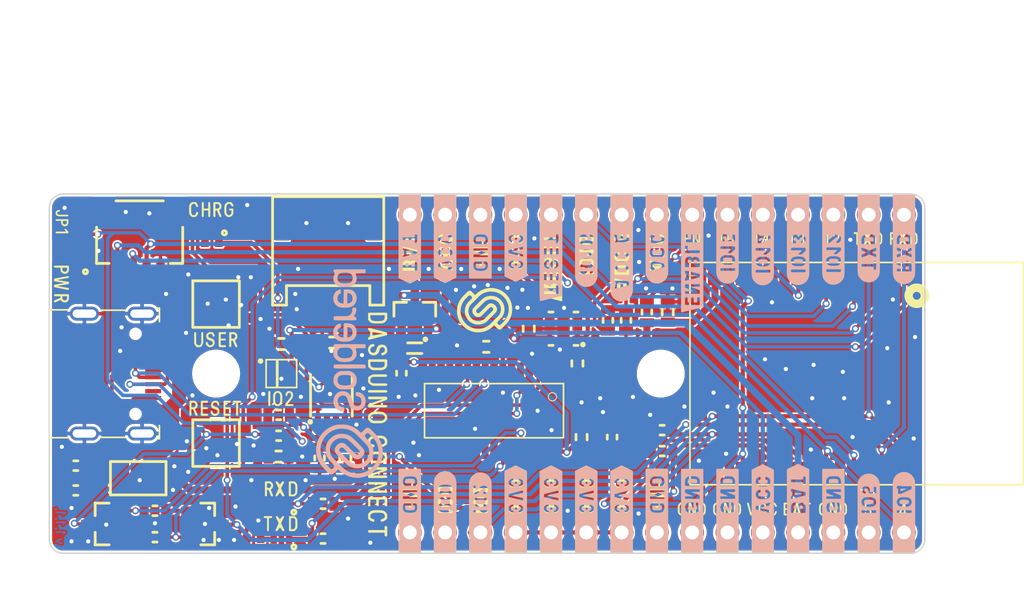
<source format=kicad_pcb>
(kicad_pcb (version 20210623) (generator pcbnew)
  (title_block (title "Dasduino CONNECT") (date "2021-07-16") (rev "V1.1.1.") (company "SOLDERED") (comment 1 "333034"))
  (layers (0 "F.Cu" mixed) (31 "B.Cu" signal) (34 "B.Paste" user) (35 "F.Paste" user) (36 "B.SilkS" user "B.Silkscreen") (37 "F.SilkS" user "F.Silkscreen") (38 "B.Mask" user) (39 "F.Mask" user) (44 "Edge.Cuts" user))
  (net 0 "")
  (net 1 "+3V3")
  (net 2 "GND")
  (net 3 "RESET")
  (net 4 "VUSB")
  (net 5 "VCC")
  (net 6 "VBAT")
  (net 7 "TXD0")
  (net 8 "Net-(D1-Pad1)")
  (net 9 "RXD0")
  (net 10 "Net-(D2-Pad1)")
  (net 11 "Net-(D3-Pad1)")
  (net 12 "IO16")
  (net 14 "Net-(F1-Pad2)")
  (net 15 "D-")
  (net 16 "D+")
  (net 17 "SDA")
  (net 18 "SCL")
  (net 19 "SPI_MISO")
  (net 20 "SPI_MOSI")
  (net 21 "SPI_SCK")
  (net 22 "SPI_CS")
  (net 23 "ADC")
  (net 24 "ADC_E")
  (net 25 "CH_PD")
  (net 26 "Net-(Q2-Pad1)")
  (net 27 "Net-(Q3-Pad1)")
  (net 28 "IO2")
  (net 29 "RTS")
  (net 30 "IO0")
  (net 31 "DTR")
  (net 32 "Net-(C2-Pad1)")
  (net 33 "Net-(D5-Pad2)")
  (net 34 "Net-(K2-PadA5)")
  (net 36 "Net-(K2-PadB5)")
  (net 43 "Net-(R1-Pad1)")
  (net 44 "Net-(R2-Pad1)")
  (net 45 "Net-(R11-Pad1)")
  (net 46 "Net-(R12-Pad1)")
  (net 48 "Net-(D4-Pad3)")
  (net 50 "Net-(JP1-Pad2)")
  (footprint "buzzardLabel" (layer "F.Cu") (at 72.385 108.825 -90)
    (fp_text reference "")
    (fp_text value "")
  )
  (footprint "e-radionica.com footprinti:FIDUCIAL_23" (layer "F.Cu") (at 40.825 122.155 -90)
    (fp_text reference "FD1")
    (fp_text value "FIDUCIAL")
  )
  (footprint "buzzardLabel" (layer "F.Cu") (at 97.785 112.425)
    (fp_text reference "")
    (fp_text value "")
  )
  (footprint "buzzardLabel" (layer "F.Cu") (at 82.545 108.825 -90)
    (fp_text reference "")
    (fp_text value "")
  )
  (footprint "buzzardLabel" (layer "F.Cu") (at 82.545 135.485 -90)
    (fp_text reference "")
    (fp_text value "")
  )
  (footprint "e-radionica.com footprinti:0603R" (layer "F.Cu") (at 58.525 134.025 180)
    (fp_text reference "R2")
    (fp_text value "1k")
  )
  (footprint "buzzardLabel" (layer "F.Cu") (at 55.525 123.925)
    (fp_text reference "")
    (fp_text value "")
  )
  (footprint "e-radionica.com footprinti:0402R" (layer "F.Cu") (at 53.525 134.025 180)
    (fp_text reference "R3")
    (fp_text value "2k2")
  )
  (footprint "buzzardLabel" (layer "F.Cu") (at 92.705 112.425)
    (fp_text reference "")
    (fp_text value "")
  )
  (footprint "e-radionica.com footprinti:0603R" (layer "F.Cu") (at 79.025 118.325 -90)
    (fp_text reference "R9")
    (fp_text value "10k")
  )
  (footprint "buzzardLabel" (layer "F.Cu") (at 90.165 112.425)
    (fp_text reference "")
    (fp_text value "")
  )
  (footprint "e-radionica.com footprinti:1206FUSE" (layer "F.Cu") (at 45.225 129.685 180)
    (fp_text reference "F1")
    (fp_text value "1206FUSE-500mA")
  )
  (footprint "e-radionica.com footprinti:0603C" (layer "F.Cu") (at 77.125 126.725 -90)
    (fp_text reference "C1")
    (fp_text value "0.1uF")
  )
  (footprint "Soldered Graphics:Logo-Front-Soldered-4mm" (layer "F.Cu") (at 70.145 117.595 -90)
    (fp_text reference "G***" hide)
    (fp_text value "LOGO" hide)
  )
  (footprint "e-radionica.com footprinti:0603R" (layer "F.Cu") (at 55.325 126.625)
    (fp_text reference "R10")
    (fp_text value "10k")
  )
  (footprint "e-radionica.com footprinti:0603C" (layer "F.Cu") (at 76.825 121.425 90)
    (fp_text reference "C5")
    (fp_text value "2.2uF")
  )
  (footprint "e-radionica.com footprinti:0603R" (layer "F.Cu") (at 58.525 131.525 180)
    (fp_text reference "R1")
    (fp_text value "1k")
  )
  (footprint "e-radionica.com footprinti:0402LED" (layer "F.Cu") (at 55.525 131.525)
    (fp_text reference "D2")
    (fp_text value "blue")
  )
  (footprint "e-radionica.com footprinti:0402R" (layer "F.Cu") (at 53.525 131.525 180)
    (fp_text reference "R4")
    (fp_text value "2k2")
  )
  (footprint "buzzardLabel" (layer "F.Cu") (at 69.845 135.485 -90)
    (fp_text reference "")
    (fp_text value "")
  )
  (footprint "buzzardLabel" (layer "F.Cu") (at 74.925 135.485 -90)
    (fp_text reference "")
    (fp_text value "")
  )
  (footprint "e-radionica.com footprinti:0603R" (layer "F.Cu") (at 80.325 118.325 90)
    (fp_text reference "R15")
    (fp_text value "2k49")
  )
  (footprint "e-radionica.com footprinti:0603R" (layer "F.Cu") (at 81.825 117.725 -90)
    (fp_text reference "R17")
    (fp_text value "10k")
  )
  (footprint "e-radionica.com footprinti:0603R" (layer "F.Cu") (at 40.73 130.561 180)
    (fp_text reference "R7")
    (fp_text value "5.1k")
  )
  (footprint "e-radionica.com footprinti:TPS7A2633DRVR" (layer "F.Cu") (at 75.825 118.925 180)
    (fp_text reference "U2")
    (fp_text value "TPS7A2633DRVR")
  )
  (footprint "e-radionica.com footprinti:WS2812B-2020" (layer "F.Cu") (at 55.525 122.155 180)
    (fp_text reference "D4")
    (fp_text value "WS2812B-2020")
  )
  (footprint "buzzardLabel" (layer "F.Cu") (at 100.325 131.885)
    (fp_text reference "")
    (fp_text value "")
  )
  (footprint "buzzardLabel" (layer "F.Cu") (at 62.425 125.825 -90)
    (fp_text reference "")
    (fp_text value "")
  )
  (footprint "buzzardLabel" (layer "F.Cu") (at 67.305 135.485 -90)
    (fp_text reference "")
    (fp_text value "")
  )
  (footprint "e-radionica.com footprinti:SOT-23-3" (layer "F.Cu") (at 42.825 132.975 180)
    (fp_text reference "Q2")
    (fp_text value "NPN-SOT-23-3")
  )
  (footprint "e-radionica.com footprinti:0402R" (layer "F.Cu") (at 50.525 112.725 180)
    (fp_text reference "R12")
    (fp_text value "2k2")
  )
  (footprint "e-radionica.com footprinti:SMD-JUMPER-CONNECTED_TRACE_SLODERMASK" (layer "F.Cu") (at 39.725 113.325 -90)
    (fp_text reference "JP1")
    (fp_text value "SMD-JUMPER-CONNECTED_TRACE_SLODERMASK")
  )
  (footprint "buzzardLabel" (layer "F.Cu") (at 77.465 135.485 -90)
    (fp_text reference "")
    (fp_text value "")
  )
  (footprint "Soldered Graphics:Logo-Back-SolderedFULL-15mm" (layer "F.Cu") (at 60.425 122.155 -90)
    (fp_text reference "REF**" hide)
    (fp_text value "Logo-Front-SolderedFULL-15mm" hide)
  )
  (footprint "e-radionica.com footprinti:0402LED" (layer "F.Cu") (at 40.825 115.725 90)
    (fp_text reference "D3")
    (fp_text value "purple")
  )
  (footprint "buzzardLabel" (layer "F.Cu") (at 50.825 124.625)
    (fp_text reference "")
    (fp_text value "")
  )
  (footprint "e-radionica.com footprinti:0603R" (layer "F.Cu") (at 40.73 128.783 180)
    (fp_text reference "R8")
    (fp_text value "5.1k")
  )
  (footprint "buzzardLabel" (layer "F.Cu") (at 87.625 131.885)
    (fp_text reference "")
    (fp_text value "")
  )
  (footprint "buzzardLabel" (layer "F.Cu") (at 97.785 131.885)
    (fp_text reference "")
    (fp_text value "")
  )
  (footprint "e-radionica.com footprinti:SOP-16" (layer "F.Cu") (at 70.825 124.825 -90)
    (fp_text reference "U1")
    (fp_text value "CH340C")
  )
  (footprint "buzzardLabel" (layer "F.Cu") (at 92.705 131.885)
    (fp_text reference "")
    (fp_text value "")
  )
  (footprint "e-radionica.com footprinti:easyC-connector" (layer "F.Cu") (at 45.325 112.525)
    (fp_text reference "K1")
    (fp_text value "easyC-SMD")
  )
  (footprint "e-radionica.com footprinti:0402LED" (layer "F.Cu") (at 55.525 134.025)
    (fp_text reference "D1")
    (fp_text value "white")
  )
  (footprint "e-radionica.com footprinti:SOT-23-3" (layer "F.Cu") (at 65.125 117.725 90)
    (fp_text reference "Q1")
    (fp_text value "PMOS-SOT-23-3")
  )
  (footprint "buzzardLabel" (layer "F.Cu") (at 87.625 112.425)
    (fp_text reference "")
    (fp_text value "")
  )
  (footprint "e-radionica.com footprinti:0603C" (layer "F.Cu") (at 73.325 118.925 -90)
    (fp_text reference "C3")
    (fp_text value "2.2uF")
  )
  (footprint "buzzardLabel" (layer "F.Cu") (at 90.165 131.885)
    (fp_text reference "")
    (fp_text value "")
  )
  (footprint "buzzardLabel" (layer "F.Cu") (at 85.085 112.425)
    (fp_text reference "")
    (fp_text value "")
  )
  (footprint "e-radionica.com footprinti:0603R" (layer "F.Cu") (at 64.165 122.125 90)
    (fp_text reference "R14")
    (fp_text value "100k")
  )
  (footprint "buzzardLabel" (layer "F.Cu") (at 64.765 108.825 -90)
    (fp_text reference "")
    (fp_text value "")
  )
  (footprint "buzzardLabel" (layer "F.Cu") (at 50.525 110.325)
    (fp_text reference "")
    (fp_text value "")
  )
  (footprint "e-radionica.com footprinti:0603R" (layer "F.Cu") (at 82.925 126.225 180)
    (fp_text reference "R18")
    (fp_text value "10k")
  )
  (footprint "buzzardLabel" (layer "F.Cu") (at 50.825 119.685)
    (fp_text reference "")
    (fp_text value "")
  )
  (footprint "buzzardLabel" (layer "F.Cu") (at 55.525 130.425)
    (fp_text reference "")
    (fp_text value "")
  )
  (footprint "e-radionica.com footprinti:0603R" (layer "F.Cu") (at 79.325 126.725 -90)
    (fp_text reference "R19")
    (fp_text value "10k")
  )
  (footprint "buzzardLabel" (layer "F.Cu") (at 95.245 112.425)
    (fp_text reference "")
    (fp_text value "")
  )
  (footprint "e-radionica.com footprinti:0402LED" (layer "F.Cu") (at 50.525 111.425)
    (fp_text reference "D5")
    (fp_text value "red")
  )
  (footprint "e-radionica.com footprinti:0603C" (layer "F.Cu") (at 70.265 120.225 180)
    (fp_text reference "C2")
    (fp_text value "0.1uF")
  )
  (footprint "buzzardLabel" (layer "F.Cu") (at 69.845 108.825 -90)
    (fp_text reference "")
    (fp_text value "")
  )
  (footprint "buzzardLabel" (layer "F.Cu") (at 100.325 112.425)
    (fp_text reference "")
    (fp_text value "")
  )
  (footprint "e-radionica.com footprinti:0603R" (layer "F.Cu") (at 46.425 133.925 180)
    (fp_text reference "R20")
    (fp_text value "10k")
  )
  (footprint "buzzardLabel" (layer "F.Cu") (at 72.385 135.485 -90)
    (fp_text reference "")
    (fp_text value "")
  )
  (footprint "e-radionica.com footprinti:0603R" (layer "F.Cu") (at 46.425 132.025)
    (fp_text reference "R21")
    (fp_text value "10k")
  )
  (footprint "e-radionica.com footprinti:YTSA007A0151803B" (layer "F.Cu") (at 50.825 117.155)
    (fp_text reference "SW1")
    (fp_text value "YTSA007A0151803B")
  )
  (footprint "e-radionica.com footprinti:HOLE_3.2mm" (layer "F.Cu") (at 50.825 122.155 -90)
    (fp_text reference "H1" hide)
    (fp_text value "HOLE_3.2mm" hide)
  )
  (footprint "e-radionica.com footprinti:0603C" (layer "F.Cu") (at 59.191 119.925)
    (fp_text reference "C7")
    (fp_text value "2.2uF")
  )
  (footprint "buzzardLabel" (layer "F.Cu") (at 64.765 135.485 -90)
    (fp_text reference "")
    (fp_text value "")
  )
  (footprint "buzzardLabel" (layer "F.Cu") (at 95.245 131.885)
    (fp_text reference "")
    (fp_text value "")
  )
  (footprint "e-radionica.com footprinti:0603C" (layer "F.Cu") (at 55.325 128.125 180)
    (fp_text reference "C6")
    (fp_text value "270pF")
  )
  (footprint "e-radionica.com footprinti:JST-2pin-SMD" (layer "F.Cu") (at 58.891 114.225)
    (fp_text reference "K3")
    (fp_text value "JST-2pin-SMD")
  )
  (footprint "e-radionica.com footprinti:0603R" (layer "F.Cu") (at 82.925 127.725 180)
    (fp_text reference "R16")
    (fp_text value "10k")
  )
  (footprint "e-radionica.com footprinti:0603R" (layer "F.Cu") (at 55.325 125.125 180)
    (fp_text reference "R5")
    (fp_text value "1k")
  )
  (footprint "buzzardLabel" (layer "F.Cu") (at 39.725 115.725 -90)
    (fp_text reference "")
    (fp_text value "")
  )
  (footprint "e-radionica.com footprinti:0603C" (layer "F.Cu") (at 60.125 128.225 90)
    (fp_text reference "C8")
    (fp_text value "2.2uF")
  )
  (footprint "e-radionica.com footprinti:TP4056M-MSOP8" (layer "F.Cu") (at 59.125 123.725 90)
    (fp_text reference "U3")
    (fp_text value "TP4056M")
  )
  (footprint "e-radionica.com footprinti:0603R" (layer "F.Cu") (at 58.275 128.225 -90)
    (fp_text reference "R11")
    (fp_text value "3k")
  )
  (footprint "e-radionica.com footprinti:YTSA007A0151803B" (layer "F.Cu") (at 50.825 127.155)
    (fp_text reference "SW2")
    (fp_text value "YTSA007A0151803B")
  )
  (footprint "e-radionica.com footprinti:0603C" (layer "F.Cu") (at 55.525 120.025 180)
    (fp_text reference "C4")
    (fp_text value "100nF")
  )
  (footprint "e-radionica.com footprinti:0402R" (layer "F.Cu") (at 42.125 115.725 -90)
    (fp_text reference "R6")
    (fp_text value "2k2")
  )
  (footprint "e-radionica.com footprinti:SOD-323" (layer "F.Cu") (at 65.125 120.325)
    (fp_text reference "D7")
    (fp_text value "BAT20J")
  )
  (footprint "e-radionica.com footprinti:0603C" (layer "F.Cu") (at 83.325 117.725 -90)
    (fp_text reference "C9")
    (fp_text value "100nF")
  )
  (footprint "buzzardLabel" (layer "F.Cu") (at 80.005 108.825 -90)
    (fp_text reference "")
    (fp_text value "")
  )
  (footprint "buzzardLabel" (layer "F.Cu") (at 85.085 131.885)
    (fp_text reference "")
    (fp_text value "")
  )
  (footprint "e-radionica.com footprinti:ESP 8266(ESP12-F)" (layer "F.Cu") (at 100.725 122.155 -90)
    (fp_text reference "U4")
    (fp_text value "ESP8266(ESP12-F)")
  )
  (footprint "buzzardLabel" (layer "F.Cu") (at 55.525 132.925)
    (fp_text reference "")
    (fp_text value "")
  )
  (footprint "buzzardLabel" (layer "F.Cu") (at 77.465 108.825 -90)
    (fp_text reference "")
    (fp_text value "")
  )
  (footprint "e-radionica.com footprinti:SOT-23-3" (layer "F.Cu") (at 50.025 132.975)
    (fp_text reference "Q3")
    (fp_text value "NPN-SOT-23-3")
  )
  (footprint "buzzardLabel" (layer "F.Cu") (at 67.305 108.825 -90)
    (fp_text reference "")
    (fp_text value "")
  )
  (footprint "e-radionica.com footprinti:HOLE_3.2mm" (layer "F.Cu") (at 82.825 122.155 -90)
    (fp_text reference "H2" hide)
    (fp_text value "HOLE_3.2mm" hide)
  )
  (footprint "buzzardLabel" (layer "F.Cu") (at 74.925 108.825 -90)
    (fp_text reference "")
    (fp_text value "")
  )
  (footprint "e-radionica.com footprinti:U262-161N-4BVC11" (layer "F.Cu") (at 43.825 122.155 -90)
    (fp_text reference "K2")
    (fp_text value "U262-161N-4BVC11")
  )
  (footprint "buzzardLabel" (layer "F.Cu") (at 80.005 135.485 -90)
    (fp_text reference "")
    (fp_text value "")
  )
  (footprint "buzzardLabel" (layer "F.Cu") (at 39.725 111.225 -90)
    (fp_text reference "")
    (fp_text value "")
  )
  (footprint "buzzardLabel" (layer "B.Cu") (at 67.305 108.825 90)
    (fp_text reference "")
    (fp_text value "")
  )
  (footprint "buzzardLabel" (layer "B.Cu") (at 90.165 135.485 90)
    (fp_text reference "")
    (fp_text value "")
  )
  (footprint "buzzardLabel" (layer "B.Cu") (at 90.165 108.825 90)
    (fp_text reference "")
    (fp_text value "")
  )
  (footprint "buzzardLabel" (layer "B.Cu") (at 100.325 108.825 90)
    (fp_text reference "")
    (fp_text value "")
  )
  (footprint "buzzardLabel" (layer "B.Cu") (at 74.925 135.485 90)
    (fp_text reference "")
    (fp_text value "")
  )
  (footprint "buzzardLabel" (layer "B.Cu") (at 100.325 135.485 90)
    (fp_text reference "")
    (fp_text value "")
  )
  (footprint "e-radionica.com footprinti:HEADER_MALE_15X1" (layer "B.Cu") (at 82.545 133.585)
    (fp_text reference "K5")
    (fp_text value "HEADER_MALE_15X1")
  )
  (footprint "buzzardLabel" (layer "B.Cu") (at 74.925 108.825 90)
    (fp_text reference "")
    (fp_text value "")
  )
  (footprint "buzzardLabel" (layer "B.Cu") (at 67.305 135.485 90)
    (fp_text reference "")
    (fp_text value "")
  )
  (footprint "buzzardLabel" (layer "B.Cu") (at 77.465 108.825 90)
    (fp_text reference "")
    (fp_text value "")
  )
  (footprint "buzzardLabel" (layer "B.Cu") (at 72.385 135.485 90)
    (fp_text reference "")
    (fp_text value "")
  )
  (footprint "buzzardLabel" (layer "B.Cu") (at 87.625 108.825 90)
    (fp_text reference "")
    (fp_text value "")
  )
  (footprint "buzzardLabel" (layer "B.Cu") (at 92.705 108.825 90)
    (fp_text reference "")
    (fp_text value "")
  )
  (footprint "buzzardLabel" (layer "B.Cu") (at 92.705 135.485 90)
    (fp_text reference "")
    (fp_text value "")
  )
  (footprint "buzzardLabel" (layer "B.Cu") (at 97.785 108.825 90)
    (fp_text reference "")
    (fp_text value "")
  )
  (footprint "Soldered Graphics:Version1.1.1." (layer "B.Cu") (at 39.625 133.085 90)
    (fp_text reference "REF**" hide)
    (fp_text value "Version1.1.1." hide)
  )
  (footprint "e-radionica.com footprinti:HEADER_MALE_15X1" (layer "B.Cu") (at 82.545 110.725)
    (fp_text reference "K4")
    (fp_text value "HEADER_MALE_15X1")
  )
  (footprint "buzzardLabel" (layer "B.Cu") (at 87.625 135.485 90)
    (fp_text reference "")
    (fp_text value "")
  )
  (footprint "buzzardLabel" (layer "B.Cu") (at 64.765 108.825 90)
    (fp_text reference "")
    (fp_text value "")
  )
  (footprint "buzzardLabel" (layer "B.Cu") (at 95.245 135.485 90)
    (fp_text reference "")
    (fp_text value "")
  )
  (footprint "buzzardLabel" (layer "B.Cu") (at 85.085 108.825 90)
    (fp_text reference "")
    (fp_text value "")
  )
  (footprint "buzzardLabel" (layer "B.Cu") (at 69.845 135.485 90)
    (fp_text reference "")
    (fp_text value "")
  )
  (footprint "buzzardLabel" (layer "B.Cu") (at 69.845 108.825 90)
    (fp_text reference "")
    (fp_text value "")
  )
  (footprint "buzzardLabel" (layer "B.Cu") (at 80.005 108.825 90)
    (fp_text reference "")
    (fp_text value "")
  )
  (footprint "buzzardLabel" (layer "B.Cu") (at 80.005 135.485 90)
    (fp_text reference "")
    (fp_text value "")
  )
  (footprint "buzzardLabel" (layer "B.Cu") (at 85.085 135.485 90)
    (fp_text reference "")
    (fp_text value "")
  )
  (footprint "buzzardLabel" (layer "B.Cu") (at 77.465 135.485 90)
    (fp_text reference "")
    (fp_text value "")
  )
  (footprint "buzzardLabel" (layer "B.Cu") (at 97.785 135.485 90)
    (fp_text reference "")
    (fp_text value "")
  )
  (footprint "buzzardLabel" (layer "B.Cu") (at 95.245 108.825 90)
    (fp_text reference "")
    (fp_text value "")
  )
  (footprint "buzzardLabel" (layer "B.Cu") (at 82.545 108.825 90)
    (fp_text reference "")
    (fp_text value "")
  )
  (footprint "buzzardLabel" (layer "B.Cu") (at 64.765 135.485 90)
    (fp_text reference "")
    (fp_text value "")
  )
  (footprint "buzzardLabel" (layer "B.Cu") (at 82.545 135.485 90)
    (fp_text reference "")
    (fp_text value "")
  )
  (footprint "buzzardLabel" (layer "B.Cu") (at 72.385 108.825 90)
    (fp_text reference "")
    (fp_text value "")
  )
  (gr_arc (start 100.825 134.085) (end 101.825 134.085) (angle 90) (layer "Edge.Cuts") (width 0.1))
  (gr_arc (start 39.825 134.085) (end 38.825 134.085) (angle -90) (layer "Edge.Cuts") (width 0.1))
  (gr_line (start 100.825 109.225) (end 39.825 109.225) (layer "Edge.Cuts") (width 0.1))
  (gr_line locked (start 39.825 135.085) (end 100.825 135.085) (layer "Edge.Cuts") (width 0.1))
  (gr_line locked (start 101.825 134.085) (end 101.825 110.225) (layer "Edge.Cuts") (width 0.1))
  (gr_line (start 38.825 110.225) (end 38.825 134.085) (layer "Edge.Cuts") (width 0.1))
  (gr_arc (start 39.825 110.225) (end 38.825 110.225) (angle 90) (layer "Edge.Cuts") (width 0.1))
  (gr_arc (start 100.825 110.225) (end 100.825 109.225) (angle 90) (layer "Edge.Cuts") (width 0.1))
  (gr_text "" (at 82.545 135.485 90) (layer "B.SilkS") (effects (font (size 1.27 1.27)) (justify mirror)))
  (gr_text "" (at 85.085 135.485 90) (layer "B.SilkS") (effects (font (size 1.27 1.27)) (justify mirror)))
  (gr_text "" (at 87.625 135.485 90) (layer "B.SilkS") (effects (font (size 1.27 1.27)) (justify mirror)))
  (gr_text "" (at 82.545 135.485 90) (layer "B.SilkS") (effects (font (size 1.27 1.27)) (justify mirror)))
  (gr_text "" (at 85.085 135.485 90) (layer "B.SilkS") (effects (font (size 1.27 1.27)) (justify mirror)))
  (gr_text "" (at 87.625 135.485 90) (layer "B.SilkS") (effects (font (size 1.27 1.27)) (justify mirror)))
  (segment (start 78.765 121.325) (end 78.065 120.625) (width 0.3) (layer "F.Cu") (net 1))
  (segment (start 82.15 126.225) (end 82.065 126.225) (width 0.3) (layer "F.Cu") (net 1))
  (segment (start 40.425 112.125) (end 39.725 112.825) (width 0.254) (layer "F.Cu") (net 1))
  (segment (start 83.28 118.5) (end 83.325 118.455) (width 0.5) (layer "F.Cu") (net 1))
  (segment (start 45.825 114.675) (end 45.825 113.125) (width 0.3) (layer "F.Cu") (net 1))
  (segment (start 72.385 110.725) (end 72.385 114.545) (width 0.3) (layer "F.Cu") (net 1))
  (segment (start 76.82 119.575) (end 76.82 120.69) (width 0.5) (layer "F.Cu") (net 1))
  (segment (start 81.825 118.5) (end 81.825 119.465) (width 0.5) (layer "F.Cu") (net 1))
  (segment (start 76.82 120.69) (end 76.825 120.695) (width 0.3) (layer "F.Cu") (net 1))
  (segment (start 39.725 112.825) (end 39.725 112.975) (width 0.254) (layer "F.Cu") (net 1))
  (segment (start 78.765 122.925) (end 78.765 121.325) (width 0.3) (layer "F.Cu") (net 1))
  (segment (start 76.825 119.58) (end 76.82 119.575) (width 0.5) (layer "F.Cu") (net 1))
  (segment (start 56.1 126.625) (end 56.625 126.625) (width 0.254) (layer "F.Cu") (net 1))
  (segment (start 74.925 133.585) (end 72.385 133.585) (width 0.3) (layer "F.Cu") (net 1))
  (segment (start 86.725 116.865) (end 86.725 114.555) (width 0.5) (layer "F.Cu") (net 1))
  (segment (start 82.15 127.725) (end 82.15 129.325) (width 0.3) (layer "F.Cu") (net 1))
  (segment (start 76.465 116.825) (end 77.565 117.925) (width 0.3) (layer "F.Cu") (net 1))
  (segment (start 45.825 113.125) (end 46.125 112.825) (width 0.3) (layer "F.Cu") (net 1))
  (segment (start 74.665 116.825) (end 76.465 116.825) (width 0.3) (layer "F.Cu") (net 1))
  (segment (start 82.065 126.225) (end 78.765 122.925) (width 0.3) (layer "F.Cu") (net 1))
  (segment (start 81.825 118.5) (end 83.28 118.5) (width 0.5) (layer "F.Cu") (net 1))
  (segment (start 77.565 117.925) (end 77.565 119.325) (width 0.3) (layer "F.Cu") (net 1))
  (segment (start 76.895 120.625) (end 76.825 120.695) (width 0.5) (layer "F.Cu") (net 1))
  (segment (start 72.385 114.545) (end 74.665 116.825) (width 0.3) (layer "F.Cu") (net 1))
  (segment (start 80.005 133.585) (end 80.005 131.47) (width 0.3) (layer "F.Cu") (net 1))
  (segment (start 77.565 119.325) (end 77.315 119.575) (width 0.3) (layer "F.Cu") (net 1))
  (segment (start 82.15 129.325) (end 80.005 131.47) (width 0.3) (layer "F.Cu") (net 1))
  (segment (start 77.315 119.575) (end 76.82 119.575) (width 0.3) (layer "F.Cu") (net 1))
  (segment (start 78.065 120.625) (end 76.895 120.625) (width 0.5) (layer "F.Cu") (net 1))
  (segment (start 56.625 126.625) (end 57.025 127.025) (width 0.254) (layer "F.Cu") (net 1))
  (segment (start 81.825 119.465) (end 80.665 120.625) (width 0.5) (layer "F.Cu") (net 1))
  (segment (start 83.325 118.455) (end 85.135 118.455) (width 0.5) (layer "F.Cu") (net 1))
  (segment (start 82.15 126.225) (end 82.15 127.725) (width 0.3) (layer "F.Cu") (net 1))
  (segment (start 42.325 112.125) (end 40.425 112.125) (width 0.254) (layer "F.Cu") (net 1))
  (segment (start 80.005 133.585) (end 77.465 133.585) (width 0.3) (layer "F.Cu") (net 1))
  (segment (start 85.135 118.455) (end 86.725 116.865) (width 0.5) (layer "F.Cu") (net 1))
  (segment (start 77.465 133.585) (end 74.925 133.585) (width 0.3) (layer "F.Cu") (net 1))
  (segment (start 80.665 120.625) (end 78.065 120.625) (width 0.5) (layer "F.Cu") (net 1))
  (via (at 57.025 127.025) (size 0.5) (drill 0.3) (layers "F.Cu" "B.Cu") (net 1))
  (via (at 46.125 112.825) (size 0.5) (drill 0.3) (layers "F.Cu" "B.Cu") (net 1))
  (via (at 42.325 112.125) (size 0.5) (drill 0.3) (layers "F.Cu" "B.Cu") (net 1))
  (segment (start 46.525 123.725) (end 44.125 123.725) (width 0.254) (layer "B.Cu") (net 1))
  (segment (start 55.725 125.725) (end 48.525 125.725) (width 0.254) (layer "B.Cu") (net 1))
  (segment (start 45.325 112.025) (end 46.125 112.825) (width 0.254) (layer "B.Cu") (net 1))
  (segment (start 72.385 112.165) (end 71.725 112.825) (width 0.3) (layer "B.Cu") (net 1))
  (segment (start 43.025 112.425) (end 43.425 112.025) (width 0.254) (layer "B.Cu") (net 1))
  (segment (start 42.425 112.025) (end 42.325 112.125) (width 0.254) (layer "B.Cu") (net 1))
  (segment (start 57.025 127.025) (end 55.725 125.725) (width 0.254) (layer "B.Cu") (net 1))
  (segment (start 43.425 112.025) (end 42.425 112.025) (width 0.254) (layer "B.Cu") (net 1))
  (segment (start 44.125 123.725) (end 43.025 122.625) (width 0.254) (layer "B.Cu") (net 1))
  (segment (start 43.025 122.625) (end 43.025 112.425) (width 0.254) (layer "B.Cu") (net 1))
  (segment (start 72.385 110.725) (end 72.385 112.165) (width 0.3) (layer "B.Cu") (net 1))
  (segment (start 43.425 112.025) (end 45.325 112.025) (width 0.254) (layer "B.Cu") (net 1))
  (segment (start 71.725 112.825) (end 46.125 112.825) (width 0.3) (layer "B.Cu") (net 1))
  (segment (start 48.525 125.725) (end 46.525 123.725) (width 0.254) (layer "B.Cu") (net 1))
  (via (at 96.025 123.925) (size 0.5) (drill 0.3) (layers "F.Cu" "B.Cu") (net 2))
  (via (at 47.825 128.825) (size 0.5) (drill 0.3) (layers "F.Cu" "B.Cu") (net 2))
  (via (at 86.625 123.525) (size 0.5) (drill 0.3) (layers "F.Cu" "B.Cu") (net 2))
  (via (at 66.125 114.625) (size 0.5) (drill 0.3) (layers "F.Cu" "B.Cu") (net 2))
  (via (at 60.925 125.825) (size 0.5) (drill 0.3) (layers "F.Cu" "B.Cu") (net 2))
  (via (at 70.375 115.785) (size 0.5) (drill 0.3) (layers "F.Cu" "B.Cu") (net 2))
  (via (at 87.625 124.525) (size 0.5) (drill 0.3) (layers "F.Cu" "B.Cu") (net 2))
  (via (at 101.025 126.825) (size 0.5) (drill 0.3) (layers "F.Cu" "B.Cu") (net 2))
  (via (at 65.165 123.725) (size 0.5) (drill 0.3) (layers "F.Cu" "B.Cu") (net 2))
  (via (at 85.565 128.425) (size 0.5) (drill 0.3) (layers "F.Cu" "B.Cu") (net 2))
  (via (at 69.465 126.125) (size 0.5) (drill 0.3) (layers "F.Cu" "B.Cu") (net 2))
  (via (at 72.505 117.405) (size 0.5) (drill 0.3) (layers "F.Cu" "B.Cu") (net 2))
  (via (at 99.125 120.325) (size 0.5) (drill 0.3) (layers "F.Cu" "B.Cu") (net 2))
  (via (at 40.425 134.225) (size 0.5) (drill 0.3) (layers "F.Cu" "B.Cu") (net 2))
  (via (at 45.325 129.825) (size 0.5) (drill 0.3) (layers "F.Cu" "B.Cu") (net 2))
  (via (at 75.565 120.425) (size 0.5) (drill 0.3) (layers "F.Cu" "B.Cu") (net 2))
  (via (at 68.465 114.625) (size 0.5) (drill 0.3) (layers "F.Cu" "B.Cu") (net 2))
  (via (at 50.025 132.975) (size 0.5) (drill 0.3) (layers "F.Cu" "B.Cu") (net 2))
  (via (at 39.725 127.425) (size 0.5) (drill 0.3) (layers "F.Cu" "B.Cu") (net 2))
  (via (at 60.325 111.325) (size 0.5) (drill 0.3) (layers "F.Cu" "B.Cu") (net 2))
  (via (at 47.725 130.525) (size 0.5) (drill 0.3) (layers "F.Cu" "B.Cu") (net 2))
  (via (at 43.925 120.525) (size 0.5) (drill 0.3) (layers "F.Cu" "B.Cu") (net 2))
  (via (at 56.525 116.425) (size 0.5) (drill 0.3) (layers "F.Cu" "B.Cu") (net 2))
  (via (at 48.825 129.225) (size 0.5) (drill 0.3) (layers "F.Cu" "B.Cu") (net 2))
  (via (at 46.425 132.925) (size 0.5) (drill 0.3) (layers "F.Cu" "B.Cu") (net 2))
  (via (at 52.425 115.225) (size 0.5) (drill 0.3) (layers "F.Cu" "B.Cu") (net 2))
  (via (at 57.265 129.825) (size 0.5) (drill 0.3) (layers "F.Cu" "B.Cu") (net 2))
  (via (at 61.925 134.325) (size 0.5) (drill 0.3) (layers "F.Cu" "B.Cu") (net 2))
  (via (at 86.265 112.225) (size 0.5) (drill 0.3) (layers "F.Cu" "B.Cu") (net 2))
  (via (at 96.465 112.525) (size 0.5) (drill 0.3) (layers "F.Cu" "B.Cu") (net 2))
  (via (at 48.825 115.025) (size 0.5) (drill 0.3) (layers "F.Cu" "B.Cu") (net 2))
  (via (at 50.325 131.825) (size 0.5) (drill 0.3) (layers "F.Cu" "B.Cu") (net 2))
  (via (at 72.865 116.125) (size 0.5) (drill 0.3) (layers "F.Cu" "B.Cu") (net 2))
  (via (at 52.225 131.725) (size 0.5) (drill 0.3) (layers "F.Cu" "B.Cu") (net 2))
  (via (at 90.325 121.125) (size 0.5) (drill 0.3) (layers "F.Cu" "B.Cu") (net 2))
  (via (at 53.065 110.025) (size 0.5) (drill 0.3) (layers "F.Cu" "B.Cu") (net 2))
  (via (at 83.665 116.025) (size 0.5) (drill 0.3) (layers "F.Cu" "B.Cu") (net 2))
  (via (at 75.865 117.425) (size 0.5) (drill 0.3) (layers "F.Cu" "B.Cu") (net 2))
  (via (at 69.395 115.875) (size 0.5) (drill 0.3) (layers "F.Cu" "B.Cu") (net 2))
  (via (at 68.165 120.125) (size 0.5) (drill 0.3) (layers "F.Cu" "B.Cu") (net 2))
  (via (at 40.425 131.825) (size 0.5) (drill 0.3) (layers "F.Cu" "B.Cu") (net 2))
  (via (at 59.125 120.525) (size 0.5) (drill 0.3) (layers "F.Cu" "B.Cu") (net 2))
  (via (at 52.325 127.225) (size 0.5) (drill 0.3) (layers "F.Cu" "B.Cu") (net 2))
  (via (at 93.625 127.625) (size 0.5) (drill 0.3) (layers "F.Cu" "B.Cu") (net 2))
  (via (at 101.125 119.525) (size 0.5) (drill 0.3) (layers "F.Cu" "B.Cu") (net 2))
  (via (at 93.725 123.925) (size 0.5) (drill 0.3) (layers "F.Cu" "B.Cu") (net 2))
  (via (at 81.225 132.225) (size 0.5) (drill 0.3) (layers "F.Cu" "B.Cu") (net 2))
  (via (at 53.525 127.325) (size 0.5) (drill 0.3) (layers "F.Cu" "B.Cu") (net 2))
  (via (at 99.225 124.225) (size 0.5) (drill 0.3) (layers "F.Cu" "B.Cu") (net 2))
  (via (at 50.925 128.025) (size 0.5) (drill 0.3) (layers "F.Cu" "B.Cu") (net 2))
  (via (at 73.725 112.425) (size 0.5) (drill 0.3) (layers "F.Cu" "B.Cu") (net 2))
  (via (at 87.525 127.925) (size 0.5) (drill 0.3) (layers "F.Cu" "B.Cu") (net 2))
  (via (at 73.965 124.825) (size 0.5) (drill 0.3) (layers "F.Cu" "B.Cu") (net 2))
  (via (at 82.065 125.125) (size 0.5) (drill 0.3) (layers "F.Cu" "B.Cu") (net 2))
  (via (at 50.225 117.125) (size 0.5) (drill 0.3) (layers "F.Cu" "B.Cu") (net 2))
  (via (at 56.925 123.825) (size 0.5) (drill 0.3) (layers "F.Cu" "B.Cu") (net 2))
  (via (at 53.365 129.825) (size 0.5) (drill 0.3) (layers "F.Cu" "B.Cu") (net 2))
  (via (at 54.665 118.925) (size 0.5) (drill 0.3) (layers "F.Cu" "B.Cu") (net 2))
  (via (at 54.225 123.625) (size 0.5) (drill 0.3) (layers "F.Cu" "B.Cu") (net 2))
  (via (at 55.525 122.525) (size 0.5) (drill 0.3) (layers "F.Cu" "B.Cu") (net 2))
  (via (at 52.625 117.225) (size 0.5) (drill 0.3) (layers "F.Cu" "B.Cu") (net 2))
  (via (at 81.765 116.025) (size 0.5) (drill 0.3) (layers "F.Cu" "B.Cu") (net 2))
  (via (at 49.925 134.125) (size 0.5) (drill 0.3) (layers "F.Cu" "B.Cu") (net 2))
  (via (at 99.525 116.825) (size 0.5) (drill 0.3) (layers "F.Cu" "B.Cu") (net 2))
  (via (at 50.125 127.525) (size 0.5) (drill 0.3) (layers "F.Cu" "B.Cu") (net 2))
  (via (at 59.365 129.725) (size 0.5) (drill 0.3) (layers "F.Cu" "B.Cu") (net 2))
  (via (at 48.725 127.025) (size 0.5) (drill 0.3) (layers "F.Cu" "B.Cu") (net 2))
  (via (at 73.265 117.425) (size 0.5) (drill 0.3) (layers "F.Cu" "B.Cu") (net 2))
  (via (at 81.265 114.125) (size 0.5) (drill 0.3) (layers "F.Cu" "B.Cu") (net 2))
  (via (at 57.025 128.125) (size 0.5) (drill 0.3) (layers "F.Cu" "B.Cu") (net 2))
  (via (at 77.125 124.225) (size 0.5) (drill 0.3) (layers "F.Cu" "B.Cu") (net 2))
  (via (at 53.865 132.725) (size 0.5) (drill 0.3) (layers "F.Cu" "B.Cu") (net 2))
  (via (at 90.825 117.025) (size 0.5) (drill 0.3) (layers "F.Cu" "B.Cu") (net 2))
  (via (at 39.925 110.225) (size 0.5) (drill 0.3) (layers "F.Cu" "B.Cu") (net 2))
  (via (at 78.465 123.925) (size 0.5) (drill 0.3) (layers "F.Cu" "B.Cu") (net 2))
  (via (at 65.025 127.125) (size 0.5) (drill 0.3) (layers "F.Cu" "B.Cu") (net 2))
  (via (at 63.265 114.625) (size 0.5) (drill 0.3) (layers "F.Cu" "B.Cu") (net 2))
  (via (at 53.325 115.225) (size 0.5) (drill 0.3) (layers "F.Cu" "B.Cu") (net 2))
  (via (at 42.925 133.025) (size 0.5) (drill 0.3) (layers "F.Cu" "B.Cu") (net 2))
  (via (at 78.665 124.925) (size 0.5) (drill 0.3) (layers "F.Cu" "B.Cu") (net 2))
  (via (at 74.965 126.225) (size 0.5) (drill 0.3) (layers "F.Cu" "B.Cu") (net 2))
  (via (at 44.025 118.825) (size 0.5) (drill 0.3) (layers "F.Cu" "B.Cu") (net 2))
  (via (at 44.325 110.525) (size 0.5) (drill 0.3) (layers "F.Cu" "B.Cu") (net 2))
  (via (at 96.625 126.725) (size 0.5) (drill 0.3) (layers "F.Cu" "B.Cu") (net 2))
  (via (at 68.085 116.135) (size 0.5) (drill 0.3) (layers "F.Cu" "B.Cu") (net 2))
  (via (at 71.465 123.525) (size 0.5) (drill 0.3) (layers "F.Cu" "B.Cu") (net 2))
  (via (at 61.425 123.225) (size 0.5) (drill 0.3) (layers "F.Cu" "B.Cu") (net 2))
  (via (at 51.525 116.825) (size 0.5) (drill 0.3) (layers "F.Cu" "B.Cu") (net 2))
  (via (at 66.865 123.325) (size 0.5) (drill 0.3) (layers "F.Cu" "B.Cu") (net 2))
  (via (at 71.225 114.625) (size 0.5) (drill 0.3) (layers "F.Cu" "B.Cu") (net 2))
  (via (at 60.325 132.585) (size 0.5) (drill 0.3) (layers "F.Cu" "B.Cu") (net 2))
  (via (at 76.125 132.025) (size 0.5) (drill 0.3) (layers "F.Cu" "B.Cu") (net 2))
  (via (at 65.425 128.025) (size 0.5) (drill 0.3) (layers "F.Cu" "B.Cu") (net 2))
  (via (at 80.825 123.835) (size 0.5) (drill 0.3) (layers "F.Cu" "B.Cu") (net 2))
  (via (at 51.025 134.125) (size 0.5) (drill 0.3) (layers "F.Cu" "B.Cu") (net 2))
  (via (at 81.215 111.825) (size 0.5) (drill 0.3) (layers "F.Cu" "B.Cu") (net 2))
  (via (at 93.825 121.525) (size 0.5) (drill 0.3) (layers "F.Cu" "B.Cu") (net 2))
  (via (at 59.025 123.625) (size 0.5) (drill 0.3) (layers "F.Cu" "B.Cu") (net 2))
  (via (at 52.125 134.125) (size 0.5) (drill 0.3) (layers "F.Cu" "B.Cu") (net 2))
  (via (at 61.325 120.825) (size 0.5) (drill 0.3) (layers "F.Cu" "B.Cu") (net 2))
  (via (at 56.625 117.525) (size 0.5) (drill 0.3) (layers "F.Cu" "B.Cu") (net 2))
  (via (at 54.025 118.225) (size 0.5) (drill 0.3) (layers "F.Cu" "B.Cu") (net 2))
  (via (at 71.795 115.985) (size 0.5) (drill 0.3) (layers "F.Cu" "B.Cu") (net 2))
  (via (at 63.965 123.825) (size 0.5) (drill 0.3) (layers "F.Cu" "B.Cu") (net 2))
  (via (at 46.025 110.625) (size 0.5) (drill 0.3) (layers "F.Cu" "B.Cu") (net 2))
  (via (at 95.925 122.025) (size 0.5) (drill 0.3) (layers "F.Cu" "B.Cu") (net 2))
  (via (at 57.325 111.325) (size 0.5) (drill 0.3) (layers "F.Cu" "B.Cu") (net 2))
  (via (at 73.565 120.725) (size 0.5) (drill 0.3) (layers "F.Cu" "B.Cu") (net 2))
  (via (at 47.225 116.425) (size 0.5) (drill 0.3) (layers "F.Cu" "B.Cu") (net 2))
  (via (at 56.725 114.625) (size 0.5) (drill 0.3) (layers "F.Cu" "B.Cu") (net 2))
  (via (at 91.825 121.825) (size 0.5) (drill 0.3) (layers "F.Cu" "B.Cu") (net 2))
  (via (at 84.525 124.525) (size 0.5) (drill 0.3) (layers "F.Cu" "B.Cu") (net 2))
  (via (at 48.665 119.225) (size 0.5) (drill 0.3) (layers "F.Cu" "B.Cu") (net 2))
  (via (at 41.625 134.225) (size 0.5) (drill 0.3) (layers "F.Cu" "B.Cu") (net 2))
  (via (at 42.365 113.325) (size 0.5) (drill 0.3) (layers "F.Cu" "B.Cu") (net 2))
  (via (at 49.125 123.725) (size 0.5) (drill 0.3) (layers "F.Cu" "B.Cu") (net 2))
  (via (at 51.725 118.685) (size 0.5) (drill 0.3) (layers "F.Cu" "B.Cu") (net 2))
  (segment (start 97.325 120.225) (end 100.725 116.825) (width 0.254) (layer "F.Cu") (net 3))
  (segment (start 96.825 120.225) (end 97.325 120.225) (width 0.254) (layer "F.Cu") (net 3))
  (segment (start 52.775 124.475) (end 53.425 123.825) (width 0.254) (layer "F.Cu") (net 3))
  (segment (start 52.775 126.155) (end 52.775 124.475) (width 0.254) (layer "F.Cu") (net 3))
  (segment (start 54.45 126.525) (end 54.55 126.625) (width 0.254) (layer "F.Cu") (net 3))
  (segment (start 100.725 116.825) (end 100.725 114.555) (width 0.254) (layer "F.Cu") (net 3))
  (segment (start 54.55 128.08) (end 54.595 128.125) (width 0.254) (layer "F.Cu") (net 3))
  (segment (start 53.145 126.525) (end 52.775 126.155) (width 0.254) (layer "F.Cu") (net 3))
  (segment (start 40.675 132.975) (end 40.625 132.925) (width 0.254) (layer "F.Cu") (net 3))
  (segment (start 49.755 126.155) (end 50.125 126.525) (width 0.254) (layer "F.Cu") (net 3))
  (segment (start 53.625 126.525) (end 54.45 126.525) (width 0.254) (layer "F.Cu") (net 3))
  (segment (start 54.55 126.625) (end 54.55 128.08) (width 0.254) (layer "F.Cu") (net 3))
  (segment (start 53.625 126.525) (end 53.145 126.525) (width 0.254) (layer "F.Cu") (net 3))
  (segment (start 48.875 126.155) (end 49.755 126.155) (width 0.254) (layer "F.Cu") (net 3))
  (segment (start 74.925 114.435) (end 76.115 115.625) (width 0.254) (layer "F.Cu") (net 3))
  (segment (start 74.925 110.725) (end 74.925 114.435) (width 0.254) (layer "F.Cu") (net 3))
  (segment (start 41.625 132.975) (end 40.675 132.975) (width 0.254) (layer "F.Cu") (net 3))
  (via (at 50.125 126.525) (size 0.5) (drill 0.3) (layers "F.Cu" "B.Cu") (net 3))
  (via (at 96.825 120.225) (size 0.5) (drill 0.3) (layers "F.Cu" "B.Cu") (net 3))
  (via (at 76.115 115.625) (size 0.5) (drill 0.3) (layers "F.Cu" "B.Cu") (net 3))
  (via (at 53.425 123.825) (size 0.5) (drill 0.3) (layers "F.Cu" "B.Cu") (net 3))
  (via (at 40.625 132.925) (size 0.5) (drill 0.3) (layers "F.Cu" "B.Cu") (net 3))
  (via (at 53.625 126.525) (size 0.5) (drill 0.3) (layers "F.Cu" "B.Cu") (net 3))
  (segment (start 85.425 116.625) (end 89.025 120.225) (width 0.254) (layer "B.Cu") (net 3))
  (segment (start 50.125 126.525) (end 53.625 126.525) (width 0.254) (layer "B.Cu") (net 3))
  (segment (start 74.925 110.725) (end 74.925 111.625) (width 0.254) (layer "B.Cu") (net 3))
  (segment (start 79.925 116.625) (end 85.425 116.625) (width 0.254) (layer "B.Cu") (net 3))
  (segment (start 40.625 132.925) (end 45.625 127.925) (width 0.254) (layer "B.Cu") (net 3))
  (segment (start 89.025 120.225) (end 96.825 120.225) (width 0.254) (layer "B.Cu") (net 3))
  (segment (start 76.115 115.625) (end 75.715 115.225) (width 0.254) (layer "B.Cu") (net 3))
  (segment (start 55.325 115.225) (end 53.425 117.125) (width 0.254) (layer "B.Cu") (net 3))
  (segment (start 75.715 115.225) (end 55.325 115.225) (width 0.254) (layer "B.Cu") (net 3))
  (segment (start 48.725 127.925) (end 50.125 126.525) (width 0.254) (layer "B.Cu") (net 3))
  (segment (start 74.925 111.625) (end 79.925 116.625) (width 0.254) (layer "B.Cu") (net 3))
  (segment (start 53.425 117.125) (end 53.425 123.825) (width 0.254) (layer "B.Cu") (net 3))
  (segment (start 45.625 127.925) (end 48.725 127.925) (width 0.254) (layer "B.Cu") (net 3))
  (segment (start 53.025 134.025) (end 53.025 131.525) (width 0.254) (layer "F.Cu") (net 4))
  (segment (start 76.065 127.825) (end 76.015 127.775) (width 0.3) (layer "F.Cu") (net 4))
  (segment (start 61.725 128.025) (end 61.195 127.495) (width 0.5) (layer "F.Cu") (net 4))
  (segment (start 50.225 114.525) (end 49.125 113.425) (width 0.254) (layer "F.Cu") (net 4))
  (segment (start 64.165 120.465) (end 64.025 120.325) (width 0.5) (layer "F.Cu") (net 4))
  (segment (start 61.725 129.525) (end 60.725 130.525) (width 0.5) (layer "F.Cu") (net 4))
  (segment (start 57.325 119.325) (end 55.925 117.925) (width 0.254) (layer "F.Cu") (net 4))
  (segment (start 76.015 127.775) (end 75.27 127.775) (width 0.3) (layer "F.Cu") (net 4))
  (segment (start 48.085 129.685) (end 46.625 129.685) (width 0.5) (layer "F.Cu") (net 4))
  (segment (start 64.225 121.29) (end 64.165 121.35) (width 0.5) (layer "F.Cu") (net 4))
  (segment (start 53.025 131.085) (end 52.465 130.525) (width 0.254) (layer "F.Cu") (net 4))
  (segment (start 58.15 121.75) (end 58.15 122.1) (width 0.3) (layer "F.Cu") (net 4))
  (segment (start 54.025 117.325) (end 54.025 114.825) (width 0.254) (layer "F.Cu") (net 4))
  (segment (start 49.125 112.05) (end 49.75 111.425) (width 0.254) (layer "F.Cu") (net 4))
  (segment (start 62.465 124.225) (end 62.465 122.225) (width 0.5) (layer "F.Cu") (net 4))
  (segment (start 65.065 121.325) (end 64.19 121.325) (width 0.3) (layer "F.Cu") (net 4))
  (segment (start 54.025 114.825) (end 53.725 114.525) (width 0.254) (layer "F.Cu") (net 4))
  (segment (start 58.525 124.425) (end 59.725 124.425) (width 0.254) (layer "F.Cu") (net 4))
  (segment (start 60.125 125.725) (end 60.1 125.7) (width 0.4) (layer "F.Cu") (net 4))
  (segment (start 62.465 122.225) (end 63.34 121.35) (width 0.5) (layer "F.Cu") (net 4))
  (segment (start 61.725 128.025) (end 61.725 129.525) (width 0.5) (layer "F.Cu") (net 4))
  (segment (start 53.725 114.525) (end 50.225 114.525) (width 0.254) (layer "F.Cu") (net 4))
  (segment (start 55.925 117.925) (end 54.625 117.925) (width 0.254) (layer "F.Cu") (net 4))
  (segment (start 61.195 127.495) (end 60.125 127.495) (width 0.5) (layer "F.Cu") (net 4))
  (segment (start 64.165 121.35) (end 64.165 120.465) (width 0.5) (layer "F.Cu") (net 4))
  (segment (start 57.325 123.225) (end 58.525 124.425) (width 0.254) (layer "F.Cu") (net 4))
  (segment (start 48.925 130.525) (end 48.085 129.685) (width 0.5) (layer "F.Cu") (net 4))
  (segment (start 60.125 124.825) (end 60.125 125.675) (width 0.254) (layer "F.Cu") (net 4))
  (segment (start 76.065 127.825) (end 76.435 127.455) (width 0.3) (layer "F.Cu") (net 4))
  (segment (start 61.725 124.965) (end 62.465 124.225) (width 0.5) (layer "F.Cu") (net 4))
  (segment (start 49.75 111.425) (end 49.975 111.425) (width 0.254) (layer "F.Cu") (net 4))
  (segment (start 61.725 128.025) (end 61.725 124.965) (width 0.5) (layer "F.Cu") (net 4))
  (segment (start 64.025 119.075) (end 64.175 118.925) (width 0.5) (layer "F.Cu") (net 4))
  (segment (start 76.435 127.455) (end 77.125 127.455) (width 0.3) (layer "F.Cu") (net 4))
  (segment (start 57.325 122.625) (end 57.325 119.325) (width 0.254) (layer "F.Cu") (net 4))
  (segment (start 54.625 117.925) (end 54.025 117.325) (width 0.254) (layer "F.Cu") (net 4))
  (segment (start 63.34 121.35) (end 64.165 121.35) (width 0.5) (layer "F.Cu") (net 4))
  (segment (start 60.725 130.525) (end 52.465 130.525) (width 0.5) (layer "F.Cu") (net 4))
  (segment (start 64.025 120.325) (end 64.025 119.075) (width 0.5) (layer "F.Cu") (net 4))
  (segment (start 60.125 127.495) (end 60.125 125.725) (width 0.5) (layer "F.Cu") (net 4))
  (segment (start 57.325 122.625) (end 57.325 123.225) (width 0.254) (layer "F.Cu") (net 4))
  (segment (start 52.465 130.525) (end 48.925 130.525) (width 0.5) (layer "F.Cu") (net 4))
  (segment (start 53.025 131.525) (end 53.025 131.085) (width 0.254) (layer "F.Cu") (net 4))
  (segment (start 58.15 121.8) (end 58.15 121.75) (width 0.254) (layer "F.Cu") (net 4))
  (segment (start 59.725 124.425) (end 60.125 124.825) (width 0.254) (layer "F.Cu") (net 4))
  (segment (start 60.125 125.675) (end 60.1 125.7) (width 0.254) (layer "F.Cu") (net 4))
  (segment (start 57.325 122.625) (end 58.15 121.8) (width 0.254) (layer "F.Cu") (net 4))
  (segment (start 49.125 113.425) (end 49.125 112.05) (width 0.254) (layer "F.Cu") (net 4))
  (via (at 65.065 121.325) (size 0.5) (drill 0.3) (layers "F.Cu" "B.Cu") (net 4))
  (via (at 76.065 127.825) (size 0.5) (drill 0.3) (layers "F.Cu" "B.Cu") (net 4))
  (segment (start 72.365 121.325) (end 65.065 121.325) (width 0.3) (layer "B.Cu") (net 4))
  (segment (start 76.065 127.825) (end 76.065 125.025) (width 0.3) (layer "B.Cu") (net 4))
  (segment (start 76.065 125.025) (end 72.365 121.325) (width 0.3) (layer "B.Cu") (net 4))
  (segment (start 74.83 118.09) (end 73.525 116.785) (width 0.254) (layer "F.Cu") (net 5))
  (segment (start 56.255 120.025) (end 56.255 121.42) (width 0.3) (layer "F.Cu") (net 5))
  (segment (start 74.75 119.655) (end 74.83 119.575) (width 0.5) (layer "F.Cu") (net 5))
  (segment (start 73.325 119.655) (end 74.75 119.655) (width 0.5) (layer "F.Cu") (net 5))
  (segment (start 72.295 119.655) (end 73.325 119.655) (width 0.5) (layer "F.Cu") (net 5))
  (segment (start 66.075 118.925) (end 66.075 120.175) (width 0.5) (layer "F.Cu") (net 5))
  (segment (start 66.075 120.175) (end 66.225 120.325) (width 0.5) (layer "F.Cu") (net 5))
  (segment (start 66.665 118.925) (end 66.075 118.925) (width 0.5) (layer "F.Cu") (net 5))
  (segment (start 71.565 118.925) (end 71.615 118.975) (width 0.5) (layer "F.Cu") (net 5))
  (segment (start 70.565 118.925) (end 70.365 118.925) (width 0.254) (layer "F.Cu") (net 5))
  (segment (start 56.255 121.42) (end 56.44 121.605) (width 0.3) (layer "F.Cu") (net 5))
  (segment (start 72.265 119.625) (end 72.295 119.655) (width 0.5) (layer "F.Cu") (net 5))
  (segment (start 74.83 118.275) (end 74.83 118.09) (width 0.254) (layer "F.Cu") (net 5))
  (segment (start 67.305 110.725) (end 67.325 110.745) (width 0.3) (layer "F.Cu") (net 5))
  (segment (start 56.255 119.155) (end 56.125 119.025) (width 0.3) (layer "F.Cu") (net 5))
  (segment (start 66.665 118.925) (end 70.365 118.925) (width 0.5) (layer "F.Cu") (net 5))
  (segment (start 72.205 116.785) (end 71.565 117.425) (width 0.254) (layer "F.Cu") (net 5))
  (segment (start 66.665 118.925) (end 67.305 118.285) (width 0.5) (layer "F.Cu") (net 5))
  (segment (start 72.265 119.625) (end 71.615 118.975) (width 0.5) (layer "F.Cu") (net 5))
  (segment (start 70.365 118.925) (end 71.565 118.925) (width 0.5) (layer "F.Cu") (net 5))
  (segment (start 56.255 120.025) (end 56.255 119.155) (width 0.3) (layer "F.Cu") (net 5))
  (segment (start 73.525 116.785) (end 72.205 116.785) (width 0.254) (layer "F.Cu") (net 5))
  (segment (start 71.565 117.925) (end 70.565 118.925) (width 0.254) (layer "F.Cu") (net 5))
  (segment (start 67.305 118.285) (end 67.305 110.725) (width 0.5) (layer "F.Cu") (net 5))
  (segment (start 71.565 117.425) (end 71.565 117.925) (width 0.254) (layer "F.Cu") (net 5))
  (via (at 66.665 118.925) (size 0.5) (drill 0.3) (layers "F.Cu" "B.Cu") (net 5))
  (via (at 56.125 119.025) (size 0.5) (drill 0.3) (layers "F.Cu" "B.Cu") (net 5))
  (via (at 72.265 119.625) (size 0.5) (drill 0.3) (layers "F.Cu" "B.Cu") (net 5))
  (segment (start 72.665 119.225) (end 72.265 119.625) (width 0.3) (layer "B.Cu") (net 5))
  (segment (start 66.665 118.925) (end 66.565 119.025) (width 0.3) (layer "B.Cu") (net 5))
  (segment (start 66.565 119.025) (end 56.125 119.025) (width 0.3) (layer "B.Cu") (net 5))
  (segment (start 90.165 125.165) (end 90.165 133.585) (width 0.3) (layer "B.Cu") (net 5))
  (segment (start 84.225 119.225) (end 72.665 119.225) (width 0.3) (layer "B.Cu") (net 5))
  (segment (start 84.225 119.225) (end 90.165 125.165) (width 0.3) (layer "B.Cu") (net 5))
  (segment (start 60.741 116.525) (end 64.365 116.525) (width 0.5) (layer "F.Cu") (net 6))
  (segment (start 65.025 110.985) (end 64.765 110.725) (width 0.5) (layer "F.Cu") (net 6))
  (segment (start 64.365 116.525) (end 65.125 116.525) (width 0.5) (layer "F.Cu") (net 6))
  (segment (start 64.765 110.725) (end 65.125 111.085) (width 0.5) (layer "F.Cu") (net 6))
  (segment (start 59.891 117.375) (end 60.741 116.525) (width 0.5) (layer "F.Cu") (net 6))
  (segment (start 60.1 121.75) (end 60.1 120.104) (width 0.4) (layer "F.Cu") (net 6))
  (segment (start 59.891 119.895) (end 59.921 119.925) (width 0.5) (layer "F.Cu") (net 6))
  (segment (start 65.125 111.085) (end 65.125 116.525) (width 0.5) (layer "F.Cu") (net 6))
  (segment (start 59.891 117.375) (end 59.891 119.895) (width 0.5) (layer "F.Cu") (net 6))
  (segment (start 60.1 120.104) (end 59.921 119.925) (width 0.4) (layer "F.Cu") (net 6))
  (via (at 64.365 116.525) (size 0.5) (drill 0.3) (layers "F.Cu" "B.Cu") (net 6))
  (segment (start 92.705 133.585) (end 92.705 126.605) (width 0.5) (layer "B.Cu") (net 6))
  (segment (start 66.725 116.525) (end 64.365 116.525) (width 0.5) (layer "B.Cu") (net 6))
  (segment (start 84.625 118.525) (end 68.725 118.525) (width 0.5) (layer "B.Cu") (net 6))
  (segment (start 92.705 126.605) (end 84.625 118.525) (width 0.5) (layer "B.Cu") (net 6))
  (segment (start 68.725 118.525) (end 66.725 116.525) (width 0.5) (layer "B.Cu") (net 6))
  (segment (start 100.725 128.025) (end 97.825 125.125) (width 0.3) (layer "F.Cu") (net 7))
  (segment (start 97.725 125.225) (end 86.525 125.225) (width 0.3) (layer "F.Cu") (net 7))
  (segment (start 97.825 125.125) (end 97.725 125.225) (width 0.3) (layer "F.Cu") (net 7))
  (segment (start 57.75 134.025) (end 57.75 132.95) (width 0.254) (layer "F.Cu") (net 7))
  (segment (start 57.75 132.95) (end 57.725 132.925) (width 0.254) (layer "F.Cu") (net 7))
  (segment (start 100.725 129.755) (end 100.725 128.025) (width 0.3) (layer "F.Cu") (net 7))
  (segment (start 57.75 134.025) (end 56.075 134.025) (width 0.254) (layer "F.Cu") (net 7))
  (via (at 97.825 125.125) (size 0.5) (drill 0.3) (layers "F.Cu" "B.Cu") (net 7))
  (via (at 86.525 125.225) (size 0.5) (drill 0.3) (layers "F.Cu" "B.Cu") (net 7))
  (via (at 57.725 132.925) (size 0.5) (drill 0.3) (layers "F.Cu" "B.Cu") (net 7))
  (segment (start 74.375 129.875) (end 81.875 129.875) (width 0.3) (layer "B.Cu") (net 7))
  (segment (start 73.425 130.825) (end 74.375 129.875) (width 0.3) (layer "B.Cu") (net 7))
  (segment (start 97.785 110.725) (end 97.785 125.085) (width 0.3) (layer "B.Cu") (net 7))
  (segment (start 81.875 129.875) (end 86.525 125.225) (width 0.3) (layer "B.Cu") (net 7))
  (segment (start 97.785 125.085) (end 97.825 125.125) (width 0.3) (layer "B.Cu") (net 7))
  (segment (start 59.825 130.825) (end 73.425 130.825) (width 0.3) (layer "B.Cu") (net 7))
  (segment (start 57.725 132.925) (end 59.825 130.825) (width 0.3) (layer "B.Cu") (net 7))
  (segment (start 54.975 134.025) (end 54.025 134.025) (width 0.254) (layer "F.Cu") (net 8))
  (segment (start 98.725 127.625) (end 96.925 125.825) (width 0.3) (layer "F.Cu") (net 9))
  (segment (start 98.725 129.755) (end 98.725 127.625) (width 0.3) (layer "F.Cu") (net 9))
  (segment (start 96.925 125.825) (end 84.625 125.825) (width 0.3) (layer "F.Cu") (net 9))
  (segment (start 56.075 131.525) (end 56.725 131.525) (width 0.254) (layer "F.Cu") (net 9))
  (segment (start 57.75 131.525) (end 56.725 131.525) (width 0.254) (layer "F.Cu") (net 9))
  (via (at 84.625 125.825) (size 0.5) (drill 0.3) (layers "F.Cu" "B.Cu") (net 9))
  (via (at 56.725 131.525) (size 0.5) (drill 0.3) (layers "F.Cu" "B.Cu") (net 9))
  (via (at 98.725 127.625) (size 0.5) (drill 0.3) (layers "F.Cu" "B.Cu") (net 9))
  (segment (start 100.325 126.025) (end 98.725 127.625) (width 0.3) (layer "B.Cu") (net 9))
  (segment (start 73.125 130.325) (end 74.125 129.325) (width 0.3) (layer "B.Cu") (net 9))
  (segment (start 57.925 130.325) (end 73.125 130.325) (width 0.3) (layer "B.Cu") (net 9))
  (segment (start 74.125 129.325) (end 81.125 129.325) (width 0.3) (layer "B.Cu") (net 9))
  (segment (start 56.725 131.525) (end 57.925 130.325) (width 0.3) (layer "B.Cu") (net 9))
  (segment (start 100.325 110.725) (end 100.325 126.025) (width 0.3) (layer "B.Cu") (net 9))
  (segment (start 81.125 129.325) (end 84.625 125.825) (width 0.3) (layer "B.Cu") (net 9))
  (segment (start 54.975 131.525) (end 54.025 131.525) (width 0.254) (layer "F.Cu") (net 10))
  (segment (start 42.075 116.275) (end 42.125 116.225) (width 0.254) (layer "F.Cu") (net 11))
  (segment (start 40.825 116.275) (end 42.075 116.275) (width 0.254) (layer "F.Cu") (net 11))
  (segment (start 94.725 117.124998) (end 94.725001 117.124999) (width 0.254) (layer "F.Cu") (net 12))
  (segment (start 94.725 114.555) (end 94.725 117.124998) (width 0.254) (layer "F.Cu") (net 12))
  (via (at 94.725001 117.124999) (size 0.5) (drill 0.3) (layers "F.Cu" "B.Cu") (net 12))
  (segment (start 93.825 118.025) (end 94.725001 117.124999) (width 0.254) (layer "B.Cu") (net 12))
  (segment (start 79.765 113.025) (end 84.125 113.025) (width 0.254) (layer "B.Cu") (net 12))
  (segment (start 84.125 113.025) (end 89.125 118.025) (width 0.254) (layer "B.Cu") (net 12))
  (segment (start 89.125 118.025) (end 93.825 118.025) (width 0.254) (layer "B.Cu") (net 12))
  (segment (start 77.465 110.725) (end 79.765 113.025) (width 0.254) (layer "B.Cu") (net 12))
  (segment (start 45.318 122.418) (end 46.3 122.418) (width 0.254) (layer "F.Cu") (net 15))
  (segment (start 45.025 121.625) (end 45.025 122.125) (width 0.254) (layer "F.Cu") (net 15))
  (segment (start 68.92 121.875) (end 68.92 122.87) (width 0.254) (layer "F.Cu") (net 15))
  (segment (start 45.232 121.418) (end 45.025 121.625) (width 0.254) (layer "F.Cu") (net 15))
  (segment (start 68.92 122.87) (end 68.865 122.925) (width 0.254) (layer "F.Cu") (net 15))
  (segment (start 46.3 121.418) (end 45.232 121.418) (width 0.254) (layer "F.Cu") (net 15))
  (segment (start 45.025 122.125) (end 45.318 122.418) (width 0.254) (layer "F.Cu") (net 15))
  (via (at 45.025 122.125) (size 0.5) (drill 0.3) (layers "F.Cu" "B.Cu") (net 15))
  (via (at 68.865 122.925) (size 0.5) (drill 0.3) (layers "F.Cu" "B.Cu") (net 15))
  (segment (start 46.671038 122.125) (end 45.025 122.125) (width 0.254) (layer "B.Cu") (net 15))
  (segment (start 67.265 124.525) (end 49.071038 124.525) (width 0.254) (layer "B.Cu") (net 15))
  (segment (start 68.865 122.925) (end 67.265 124.525) (width 0.254) (layer "B.Cu") (net 15))
  (segment (start 49.071038 124.525) (end 46.671038 122.125) (width 0.254) (layer "B.Cu") (net 15))
  (segment (start 46.3 122.918) (end 44.632 122.918) (width 0.254) (layer "F.Cu") (net 16))
  (segment (start 70.19 122.86) (end 70.125 122.925) (width 0.254) (layer "F.Cu") (net 16))
  (segment (start 47.118 121.918) (end 47.325 122.125) (width 0.254) (layer "F.Cu") (net 16))
  (segment (start 46.3 121.918) (end 47.118 121.918) (width 0.254) (layer "F.Cu") (net 16))
  (segment (start 47.325 122.125) (end 47.325 122.725) (width 0.254) (layer "F.Cu") (net 16))
  (segment (start 70.19 121.875) (end 70.19 122.86) (width 0.254) (layer "F.Cu") (net 16))
  (segment (start 47.132 122.918) (end 46.3 122.918) (width 0.254) (layer "F.Cu") (net 16))
  (segment (start 44.632 122.918) (end 44.625 122.925) (width 0.254) (layer "F.Cu") (net 16))
  (segment (start 47.325 122.725) (end 47.132 122.918) (width 0.254) (layer "F.Cu") (net 16))
  (via (at 70.125 122.925) (size 0.5) (drill 0.3) (layers "F.Cu" "B.Cu") (net 16))
  (via (at 44.625 122.925) (size 0.5) (drill 0.3) (layers "F.Cu" "B.Cu") (net 16))
  (segment (start 46.725 122.925) (end 44.625 122.925) (width 0.254) (layer "B.Cu") (net 16))
  (segment (start 48.925 125.125) (end 46.725 122.925) (width 0.254) (layer "B.Cu") (net 16))
  (segment (start 70.125 122.925) (end 67.925 125.125) (width 0.254) (layer "B.Cu") (net 16))
  (segment (start 67.925 125.125) (end 48.925 125.125) (width 0.254) (layer "B.Cu") (net 16))
  (segment (start 44.825 113.725) (end 44.825 113.525) (width 0.3) (layer "F.Cu") (net 17))
  (segment (start 44.825 114.675) (end 44.825 113.725) (width 0.3) (layer "F.Cu") (net 17))
  (segment (start 94.725 129.755) (end 94.725 127.825) (width 0.3) (layer "F.Cu") (net 17))
  (segment (start 94.725 127.825) (end 94.825 127.725) (width 0.3) (layer "F.Cu") (net 17))
  (via (at 44.825 113.525) (size 0.5) (drill 0.3) (layers "F.Cu" "B.Cu") (net 17))
  (via (at 94.825 127.725) (size 0.5) (drill 0.3) (layers "F.Cu" "B.Cu") (net 17))
  (segment (start 79.225 117.925) (end 85.025 117.925) (width 0.3) (layer "B.Cu") (net 17))
  (segment (start 44.825 113.525) (end 45.325 114.025) (width 0.3) (layer "B.Cu") (net 17))
  (segment (start 75.325 114.025) (end 79.225 117.925) (width 0.3) (layer "B.Cu") (net 17))
  (segment (start 85.025 117.925) (end 94.825 127.725) (width 0.3) (layer "B.Cu") (net 17))
  (segment (start 45.325 114.025) (end 75.325 114.025) (width 0.3) (layer "B.Cu") (net 17))
  (segment (start 94.825 127.725) (end 100.325 133.225) (width 0.3) (layer "B.Cu") (net 17))
  (segment (start 100.325 133.225) (end 100.325 133.585) (width 0.3) (layer "B.Cu") (net 17))
  (segment (start 100.17498 133.585) (end 100.17498 132.97498) (width 0.3) (layer "B.Cu") (net 17))
  (segment (start 43.725 112.925) (end 43.725 114.575) (width 0.3) (layer "F.Cu") (net 18))
  (segment (start 96.725 129.755) (end 96.725 128.025) (width 0.3) (layer "F.Cu") (net 18))
  (segment (start 96.725 132.525) (end 97.785 133.585) (width 0.3) (layer "F.Cu") (net 18))
  (segment (start 96.725 129.755) (end 96.725 132.525) (width 0.3) (layer "F.Cu") (net 18))
  (segment (start 43.725 114.575) (end 43.825 114.675) (width 0.3) (layer "F.Cu") (net 18))
  (via (at 96.725 128.025) (size 0.5) (drill 0.3) (layers "F.Cu" "B.Cu") (net 18))
  (via (at 43.725 112.925) (size 0.5) (drill 0.3) (layers "F.Cu" "B.Cu") (net 18))
  (segment (start 85.225 117.325) (end 94.625 126.725) (width 0.3) (layer "B.Cu") (net 18))
  (segment (start 45.725 113.425) (end 75.725 113.425) (width 0.3) (layer "B.Cu") (net 18))
  (segment (start 79.625 117.325) (end 85.225 117.325) (width 0.3) (layer "B.Cu") (net 18))
  (segment (start 75.725 113.425) (end 79.625 117.325) (width 0.3) (layer "B.Cu") (net 18))
  (segment (start 45.225 112.925) (end 45.725 113.425) (width 0.3) (layer "B.Cu") (net 18))
  (segment (start 94.625 126.725) (end 95.425 126.725) (width 0.3) (layer "B.Cu") (net 18))
  (segment (start 95.425 126.725) (end 96.725 128.025) (width 0.3) (layer "B.Cu") (net 18))
  (segment (start 43.725 112.925) (end 45.225 112.925) (width 0.3) (layer "B.Cu") (net 18))
  (segment (start 92.025 112.325) (end 94.425 112.325) (width 0.3) (layer "F.Cu") (net 19))
  (segment (start 95.245 111.505) (end 95.245 110.725) (width 0.3) (layer "F.Cu") (net 19))
  (segment (start 90.725 113.625) (end 92.025 112.325) (width 0.3) (layer "F.Cu") (net 19))
  (segment (start 90.725 114.555) (end 90.725 113.625) (width 0.3) (layer "F.Cu") (net 19))
  (segment (start 94.425 112.325) (end 95.245 111.505) (width 0.3) (layer "F.Cu") (net 19))
  (segment (start 90.925 112.325) (end 92.525 110.725) (width 0.3) (layer "F.Cu") (net 20))
  (segment (start 88.725 114.555) (end 88.725 112.925) (width 0.3) (layer "F.Cu") (net 20))
  (segment (start 92.525 110.725) (end 92.705 110.725) (width 0.3) (layer "F.Cu") (net 20))
  (segment (start 89.325 112.325) (end 90.925 112.325) (width 0.3) (layer "F.Cu") (net 20))
  (segment (start 88.725 112.925) (end 89.325 112.325) (width 0.3) (layer "F.Cu") (net 20))
  (segment (start 92.725 114.555) (end 92.725 116.525) (width 0.3) (layer "F.Cu") (net 21))
  (via (at 92.725 116.525) (size 0.5) (drill 0.3) (layers "F.Cu" "B.Cu") (net 21))
  (segment (start 90.165 110.725) (end 90.165 113.965) (width 0.3) (layer "B.Cu") (net 21))
  (segment (start 90.165 113.965) (end 92.725 116.525) (width 0.3) (layer "B.Cu") (net 21))
  (segment (start 88.725 129.755) (end 88.725 127.925) (width 0.3) (layer "F.Cu") (net 22))
  (segment (start 88.725 117.325) (end 88.725 124.625) (width 0.3) (layer "F.Cu") (net 22))
  (segment (start 79.325 128.5) (end 79.325 127.5) (width 0.3) (layer "F.Cu") (net 22))
  (segment (start 79.325 130.965) (end 79.325 127.5) (width 0.3) (layer "F.Cu") (net 22))
  (segment (start 78.765 131.525) (end 79.325 130.965) (width 0.3) (layer "F.Cu") (net 22))
  (segment (start 89.125 116.925) (end 88.725 117.325) (width 0.3) (layer "F.Cu") (net 22))
  (via (at 78.765 131.525) (size 0.5) (drill 0.3) (layers "F.Cu" "B.Cu") (net 22))
  (via (at 88.725 124.625) (size 0.5) (drill 0.3) (layers "F.Cu" "B.Cu") (net 22))
  (via (at 88.725 127.925) (size 0.5) (drill 0.3) (layers "F.Cu" "B.Cu") (net 22))
  (via (at 89.125 116.925) (size 0.5) (drill 0.3) (layers "F.Cu" "B.Cu") (net 22))
  (segment (start 87.625 115.425) (end 89.125 116.925) (width 0.3) (layer "B.Cu") (net 22))
  (segment (start 85.125 131.525) (end 88.725 127.925) (width 0.3) (layer "B.Cu") (net 22))
  (segment (start 78.765 131.525) (end 85.125 131.525) (width 0.3) (layer "B.Cu") (net 22))
  (segment (start 88.725 127.925) (end 88.725 124.625) (width 0.3) (layer "B.Cu") (net 22))
  (segment (start 87.625 110.725) (end 87.625 115.425) (width 0.3) (layer "B.Cu") (net 22))
  (segment (start 82.545 111.505) (end 82.545 110.725) (width 0.254) (layer "F.Cu") (net 23))
  (segment (start 79.025 117.55) (end 80.325 117.55) (width 0.254) (layer "F.Cu") (net 23))
  (segment (start 80.325 116.165) (end 80.325 117.55) (width 0.254) (layer "F.Cu") (net 23))
  (segment (start 82.545 113.945) (end 82.545 110.725) (width 0.254) (layer "F.Cu") (net 23))
  (segment (start 96.825 118.925) (end 98.725 117.025) (width 0.254) (layer "F.Cu") (net 23))
  (segment (start 81.165 115.325) (end 82.545 113.945) (width 0.254) (layer "F.Cu") (net 23))
  (segment (start 98.725 117.025) (end 98.725 114.555) (width 0.254) (layer "F.Cu") (net 23))
  (segment (start 81.165 115.325) (end 80.325 116.165) (width 0.254) (layer "F.Cu") (net 23))
  (via (at 81.165 115.325) (size 0.5) (drill 0.3) (layers "F.Cu" "B.Cu") (net 23))
  (via (at 96.825 118.925) (size 0.5) (drill 0.3) (layers "F.Cu" "B.Cu") (net 23))
  (segment (start 96.525 119.225) (end 88.825 119.225) (width 0.254) (layer "B.Cu") (net 23))
  (segment (start 84.95 115.35) (end 81.165 115.35) (width 0.254) (layer "B.Cu") (net 23))
  (segment (start 81.165 115.35) (end 81.165 115.325) (width 0.254) (layer "B.Cu") (net 23))
  (segment (start 96.825 118.925) (end 96.525 119.225) (width 0.254) (layer "B.Cu") (net 23))
  (segment (start 88.825 119.225) (end 84.95 115.35) (width 0.254) (layer "B.Cu") (net 23))
  (segment (start 80.005 115.085) (end 78.065 117.025) (width 0.254) (layer "F.Cu") (net 24))
  (segment (start 78.64 119.1) (end 79.025 119.1) (width 0.254) (layer "F.Cu") (net 24))
  (segment (start 78.065 117.025) (end 78.065 118.525) (width 0.254) (layer "F.Cu") (net 24))
  (segment (start 78.065 118.525) (end 78.64 119.1) (width 0.254) (layer "F.Cu") (net 24))
  (segment (start 80.005 110.725) (end 80.005 115.085) (width 0.254) (layer "F.Cu") (net 24))
  (segment (start 83.865 113.725) (end 85.085 112.505) (width 0.254) (layer "F.Cu") (net 25))
  (segment (start 81.825 116.865) (end 81.825 116.95) (width 0.254) (layer "F.Cu") (net 25))
  (segment (start 83.865 113.725) (end 82.565 115.025) (width 0.254) (layer "F.Cu") (net 25))
  (segment (start 85.085 111.065) (end 85.085 110.725) (width 0.254) (layer "F.Cu") (net 25))
  (segment (start 96.725 114.555) (end 96.725 117.225) (width 0.254) (layer "F.Cu") (net 25))
  (segment (start 85.085 112.505) (end 85.085 110.725) (width 0.254) (layer "F.Cu") (net 25))
  (segment (start 82.565 115.025) (end 82.565 116.125) (width 0.254) (layer "F.Cu") (net 25))
  (segment (start 82.565 116.125) (end 81.825 116.865) (width 0.254) (layer "F.Cu") (net 25))
  (segment (start 96.725 117.225) (end 96.625 117.325) (width 0.254) (layer "F.Cu") (net 25))
  (via (at 83.865 113.725) (size 0.5) (drill 0.3) (layers "F.Cu" "B.Cu") (net 25))
  (via (at 96.625 117.325) (size 0.5) (drill 0.3) (layers "F.Cu" "B.Cu") (net 25))
  (segment (start 89.050404 118.725) (end 95.225 118.725) (width 0.254) (layer "B.Cu") (net 25))
  (segment (start 83.865 113.725) (end 84.050404 113.725) (width 0.254) (layer "B.Cu") (net 25))
  (segment (start 95.225 118.725) (end 96.625 117.325) (width 0.254) (layer "B.Cu") (net 25))
  (segment (start 84.050404 113.725) (end 89.050404 118.725) (width 0.254) (layer "B.Cu") (net 25))
  (segment (start 44.025 133.925) (end 45.65 133.925) (width 0.254) (layer "F.Cu") (net 26))
  (segment (start 47.2 132.025) (end 48.825 132.025) (width 0.3) (layer "F.Cu") (net 27))
  (segment (start 56.225 125.125) (end 57.125 126.025) (width 0.3) (layer "F.Cu") (net 28))
  (segment (start 84.065 127.725) (end 83.7 127.725) (width 0.3) (layer "F.Cu") (net 28))
  (segment (start 67.725 131.825) (end 69.325 131.825) (width 0.3) (layer "F.Cu") (net 28))
  (segment (start 90.725 129.755) (end 90.725 127.925) (width 0.3) (layer "F.Cu") (net 28))
  (segment (start 69.325 131.825) (end 69.845 132.345) (width 0.3) (layer "F.Cu") (net 28))
  (segment (start 64.025 128.125) (end 67.725 131.825) (width 0.3) (layer "F.Cu") (net 28))
  (segment (start 56.1 125.125) (end 56.225 125.125) (width 0.3) (layer "F.Cu") (net 28))
  (segment (start 69.485 133.585) (end 69.845 133.585) (width 0.3) (layer "F.Cu") (net 28))
  (segment (start 83.7 130.56) (end 83.7 129.325) (width 0.3) (layer "F.Cu") (net 28))
  (segment (start 69.845 132.345) (end 69.845 133.585) (width 0.3) (layer "F.Cu") (net 28))
  (segment (start 69.845 133.585) (end 69.085 133.585) (width 0.3) (layer "F.Cu") (net 28))
  (segment (start 90.125 127.325) (end 84.465 127.325) (width 0.3) (layer "F.Cu") (net 28))
  (segment (start 83.765 130.625) (end 83.7 130.56) (width 0.3) (layer "F.Cu") (net 28))
  (segment (start 83.7 129.325) (end 83.7 127.725) (width 0.3) (layer "F.Cu") (net 28))
  (segment (start 84.465 127.325) (end 84.065 127.725) (width 0.3) (layer "F.Cu") (net 28))
  (segment (start 90.725 127.925) (end 90.125 127.325) (width 0.3) (layer "F.Cu") (net 28))
  (via (at 83.765 130.625) (size 0.5) (drill 0.3) (layers "F.Cu" "B.Cu") (net 28))
  (via (at 57.125 126.025) (size 0.5) (drill 0.3) (layers "F.Cu" "B.Cu") (net 28))
  (via (at 64.025 128.125) (size 0.5) (drill 0.3) (layers "F.Cu" "B.Cu") (net 28))
  (segment (start 57.125 126.025) (end 59.225 128.125) (width 0.3) (layer "B.Cu") (net 28))
  (segment (start 74.925 130.925) (end 73.925 131.925) (width 0.3) (layer "B.Cu") (net 28))
  (segment (start 83.765 130.625) (end 83.465 130.925) (width 0.3) (layer "B.Cu") (net 28))
  (segment (start 59.225 128.125) (end 64.025 128.125) (width 0.3) (layer "B.Cu") (net 28))
  (segment (start 71.505 131.925) (end 69.845 133.585) (width 0.3) (layer "B.Cu") (net 28))
  (segment (start 83.465 130.925) (end 74.925 130.925) (width 0.3) (layer "B.Cu") (net 28))
  (segment (start 73.925 131.925) (end 71.505 131.925) (width 0.3) (layer "B.Cu") (net 28))
  (segment (start 45.125 132.025) (end 45.025 132.025) (width 0.254) (layer "F.Cu") (net 29))
  (segment (start 72.765 126.425) (end 72.765 127.74) (width 0.254) (layer "F.Cu") (net 29))
  (segment (start 72.765 127.74) (end 72.73 127.775) (width 0.254) (layer "F.Cu") (net 29))
  (segment (start 44.025 132.025) (end 45.025 132.025) (width 0.254) (layer "F.Cu") (net 29))
  (segment (start 45.65 132.025) (end 45.025 132.025) (width 0.254) (layer "F.Cu") (net 29))
  (via (at 72.765 126.425) (size 0.5) (drill 0.3) (layers "F.Cu" "B.Cu") (net 29))
  (via (at 45.025 132.025) (size 0.5) (drill 0.3) (layers "F.Cu" "B.Cu") (net 29))
  (segment (start 71.665 126.425) (end 69.305 128.785) (width 0.254) (layer "B.Cu") (net 29))
  (segment (start 69.305 128.785) (end 50.365 128.785) (width 0.254) (layer "B.Cu") (net 29))
  (segment (start 50.365 128.785) (end 47.125 132.025) (width 0.254) (layer "B.Cu") (net 29))
  (segment (start 47.125 132.025) (end 45.025 132.025) (width 0.254) (layer "B.Cu") (net 29))
  (segment (start 72.765 126.425) (end 71.665 126.425) (width 0.254) (layer "B.Cu") (net 29))
  (segment (start 67.305 133.585) (end 67.305 133.145) (width 0.3) (layer "F.Cu") (net 30))
  (segment (start 51.275 133.025) (end 51.225 132.975) (width 0.3) (layer "F.Cu") (net 30))
  (segment (start 51.625 129.825) (end 51.625 124.525) (width 0.254) (layer "F.Cu") (net 30))
  (segment (start 52.325 133.025) (end 51.275 133.025) (width 0.3) (layer "F.Cu") (net 30))
  (segment (start 84 126.525) (end 83.7 126.225) (width 0.3) (layer "F.Cu") (net 30))
  (segment (start 52.806021 118.186021) (end 52.775 118.155) (width 0.254) (layer "F.Cu") (net 30))
  (segment (start 92.725 128.125) (end 92.725 129.755) (width 0.3) (layer "F.Cu") (net 30))
  (segment (start 52.806021 123.343979) (end 52.806021 118.186021) (width 0.254) (layer "F.Cu") (net 30))
  (segment (start 51.625 124.525) (end 52.806021 123.343979) (width 0.254) (layer "F.Cu") (net 30))
  (segment (start 86.525 126.525) (end 91.125 126.525) (width 0.3) (layer "F.Cu") (net 30))
  (segment (start 86.525 126.525) (end 84 126.525) (width 0.3) (layer "F.Cu") (net 30))
  (segment (start 48.875 118.155) (end 52.775 118.155) (width 0.254) (layer "F.Cu") (net 30))
  (segment (start 91.125 126.525) (end 92.725 128.125) (width 0.3) (layer "F.Cu") (net 30))
  (via (at 86.525 126.525) (size 0.5) (drill 0.3) (layers "F.Cu" "B.Cu") (net 30))
  (via (at 51.625 129.825) (size 0.5) (drill 0.3) (layers "F.Cu" "B.Cu") (net 30))
  (via (at 52.325 133.025) (size 0.5) (drill 0.3) (layers "F.Cu" "B.Cu") (net 30))
  (segment (start 67.025 131.325) (end 66.025 131.325) (width 0.3) (layer "B.Cu") (net 30))
  (segment (start 86.525 126.525) (end 82.625011 130.424989) (width 0.3) (layer "B.Cu") (net 30))
  (segment (start 73.771439 131.325) (end 68.625 131.325) (width 0.3) (layer "B.Cu") (net 30))
  (segment (start 67.305 132.645) (end 68.625 131.325) (width 0.3) (layer "B.Cu") (net 30))
  (segment (start 82.625011 130.424989) (end 74.67145 130.424989) (width 0.3) (layer "B.Cu") (net 30))
  (segment (start 67.305 133.585) (end 67.305 132.645) (width 0.3) (layer "B.Cu") (net 30))
  (segment (start 68.625 131.325) (end 60.225 131.325) (width 0.3) (layer "B.Cu") (net 30))
  (segment (start 60.225 131.325) (end 57.425 134.125) (width 0.3) (layer "B.Cu") (net 30))
  (segment (start 57.425 134.125) (end 53.425 134.125) (width 0.3) (layer "B.Cu") (net 30))
  (segment (start 51.625 132.325) (end 52.325 133.025) (width 0.254) (layer "B.Cu") (net 30))
  (segment (start 74.67145 130.424989) (end 73.771439 131.325) (width 0.3) (layer "B.Cu") (net 30))
  (segment (start 53.425 134.125) (end 52.325 133.025) (width 0.3) (layer "B.Cu") (net 30))
  (segment (start 51.625 129.825) (end 51.625 132.325) (width 0.254) (layer "B.Cu") (net 30))
  (segment (start 71.46 128.63) (end 71.265 128.825) (width 0.254) (layer "F.Cu") (net 31))
  (segment (start 71.46 127.775) (end 71.46 128.63) (width 0.254) (layer "F.Cu") (net 31))
  (segment (start 47.2 133.925) (end 48.825 133.925) (width 0.254) (layer "F.Cu") (net 31))
  (via (at 71.265 128.825) (size 0.5) (drill 0.3) (layers "F.Cu" "B.Cu") (net 31))
  (via (at 47.925 133.925) (size 0.5) (drill 0.3) (layers "F.Cu" "B.Cu") (net 31))
  (segment (start 69.742001 129.447999) (end 69.460022 129.16602) (width 0.254) (layer "B.Cu") (net 31))
  (segment (start 51.141912 129.16602) (end 47.925 132.382932) (width 0.254) (layer "B.Cu") (net 31))
  (segment (start 47.925 132.382932) (end 47.925 133.925) (width 0.254) (layer "B.Cu") (net 31))
  (segment (start 71.265 128.825) (end 70.642001 129.447999) (width 0.254) (layer "B.Cu") (net 31))
  (segment (start 70.642001 129.447999) (end 69.742001 129.447999) (width 0.254) (layer "B.Cu") (net 31))
  (segment (start 69.460022 129.16602) (end 51.141912 129.16602) (width 0.254) (layer "B.Cu") (net 31))
  (segment (start 71.46 121.875) (end 71.46 120.69) (width 0.3) (layer "F.Cu") (net 32))
  (segment (start 71.46 120.69) (end 70.995 120.225) (width 0.3) (layer "F.Cu") (net 32))
  (segment (start 50.025 112.565) (end 51.075 111.515) (width 0.254) (layer "F.Cu") (net 33))
  (segment (start 50.025 112.725) (end 50.025 112.565) (width 0.254) (layer "F.Cu") (net 33))
  (segment (start 51.075 111.515) (end 51.075 111.425) (width 0.254) (layer "F.Cu") (net 33))
  (segment (start 43.325 122.325) (end 44.732 120.918) (width 0.254) (layer "F.Cu") (net 34))
  (segment (start 41.505 128.545) (end 43.325 126.725) (width 0.254) (layer "F.Cu") (net 34))
  (segment (start 44.732 120.918) (end 46.3 120.918) (width 0.254) (layer "F.Cu") (net 34))
  (segment (start 41.505 128.783) (end 41.505 128.545) (width 0.254) (layer "F.Cu") (net 34))
  (segment (start 43.325 126.725) (end 43.325 122.325) (width 0.254) (layer "F.Cu") (net 34))
  (segment (start 41.689 130.561) (end 42.625 129.625) (width 0.254) (layer "F.Cu") (net 36))
  (segment (start 43.825 126.925) (end 43.825 125.025) (width 0.254) (layer "F.Cu") (net 36))
  (segment (start 42.625 129.625) (end 42.625 128.125) (width 0.254) (layer "F.Cu") (net 36))
  (segment (start 41.505 130.561) (end 41.689 130.561) (width 0.254) (layer "F.Cu") (net 36))
  (segment (start 43.825 125.025) (end 44.932 123.918) (width 0.254) (layer "F.Cu") (net 36))
  (segment (start 44.932 123.918) (end 46.3 123.918) (width 0.254) (layer "F.Cu") (net 36))
  (segment (start 42.625 128.125) (end 43.825 126.925) (width 0.254) (layer "F.Cu") (net 36))
  (segment (start 62.725 130.025) (end 62.725 127.325) (width 0.254) (layer "F.Cu") (net 43))
  (segment (start 62.725 127.325) (end 65.625 124.425) (width 0.254) (layer "F.Cu") (net 43))
  (segment (start 61.225 131.525) (end 59.3 131.525) (width 0.254) (layer "F.Cu") (net 43))
  (segment (start 61.225 131.525) (end 62.725 130.025) (width 0.254) (layer "F.Cu") (net 43))
  (segment (start 72.765 124.425) (end 74 123.19) (width 0.254) (layer "F.Cu") (net 43))
  (segment (start 74 123.19) (end 74 121.875) (width 0.254) (layer "F.Cu") (net 43))
  (segment (start 65.625 124.425) (end 72.765 124.425) (width 0.254) (layer "F.Cu") (net 43))
  (segment (start 60.165 134.025) (end 59.3 134.025) (width 0.254) (layer "F.Cu") (net 44))
  (segment (start 63.225 127.525) (end 63.225 130.965) (width 0.254) (layer "F.Cu") (net 44))
  (segment (start 72.425 125.025) (end 65.725 125.025) (width 0.254) (layer "F.Cu") (net 44))
  (segment (start 72.465 123.725) (end 72.765 123.425) (width 0.254) (layer "F.Cu") (net 44))
  (segment (start 65.725 125.025) (end 63.225 127.525) (width 0.254) (layer "F.Cu") (net 44))
  (segment (start 63.225 130.965) (end 60.165 134.025) (width 0.254) (layer "F.Cu") (net 44))
  (segment (start 72.425 125.025) (end 72.365 125.025) (width 0.254) (layer "F.Cu") (net 44))
  (segment (start 72.765 123.425) (end 72.765 121.91) (width 0.254) (layer "F.Cu") (net 44))
  (segment (start 72.765 121.91) (end 72.73 121.875) (width 0.254) (layer "F.Cu") (net 44))
  (segment (start 72.465 125.025) (end 72.425 125.025) (width 0.254) (layer "F.Cu") (net 44))
  (via (at 72.465 123.725) (size 0.5) (drill 0.3) (layers "F.Cu" "B.Cu") (net 44))
  (via (at 72.465 125.025) (size 0.5) (drill 0.3) (layers "F.Cu" "B.Cu") (net 44))
  (segment (start 72.465 125.025) (end 72.465 123.725) (width 0.254) (layer "B.Cu") (net 44))
  (segment (start 58.8 125.7) (end 58.8 126.925) (width 0.3) (layer "F.Cu") (net 45))
  (segment (start 58.8 126.925) (end 58.275 127.45) (width 0.3) (layer "F.Cu") (net 45))
  (segment (start 58.225 123.125) (end 58.8 122.55) (width 0.254) (layer "F.Cu") (net 46))
  (segment (start 53.365 112.725) (end 51.025 112.725) (width 0.254) (layer "F.Cu") (net 46))
  (segment (start 55.265 114.625) (end 53.365 112.725) (width 0.254) (layer "F.Cu") (net 46))
  (segment (start 58.8 122.55) (end 58.8 121.75) (width 0.254) (layer "F.Cu") (net 46))
  (segment (start 55.265 116.725) (end 55.265 114.625) (width 0.254) (layer "F.Cu") (net 46))
  (via (at 58.225 123.125) (size 0.5) (drill 0.3) (layers "F.Cu" "B.Cu") (net 46))
  (via (at 55.265 116.725) (size 0.5) (drill 0.3) (layers "F.Cu" "B.Cu") (net 46))
  (segment (start 58.225 123.125) (end 55.265 120.165) (width 0.254) (layer "B.Cu") (net 46))
  (segment (start 55.265 120.165) (end 55.265 116.725) (width 0.254) (layer "B.Cu") (net 46))
  (segment (start 56.44 123.11) (end 56.44 122.705) (width 0.254) (layer "F.Cu") (net 48))
  (segment (start 54.55 125.125) (end 54.55 125) (width 0.254) (layer "F.Cu") (net 48))
  (segment (start 54.55 125) (end 56.44 123.11) (width 0.254) (layer "F.Cu") (net 48))
  (segment (start 39.725 113.675) (end 40.975 113.675) (width 0.25) (layer "F.Cu") (net 50))
  (segment (start 42.125 114.825) (end 42.125 115.225) (width 0.25) (layer "F.Cu") (net 50))
  (segment (start 40.975 113.675) (end 42.125 114.825) (width 0.25) (layer "F.Cu") (net 50))
  (zone (net 2) (net_name "GND") (layers F&B.Cu) (connect_pads (clearance 0.127)) (min_thickness 0.2) (fill yes (thermal_gap 0.2) (thermal_bridge_width 0.254))
    (polygon (pts (xy 38.825 135.075) (xy 38.825 109.225) (xy 101.825 109.225) (xy 101.825 135.075)))
  )
  (zone (net 14) (net_name "Net-(F1-Pad2)") (layer "F.Cu") (priority 3) (connect_pads yes (clearance 0.127)) (min_thickness 0.254) (fill yes (thermal_gap 0.508) (thermal_bridge_width 0.508))
    (polygon (pts (xy 48.165 124.685) (xy 48.165 127.285) (xy 47.165 128.285) (xy 44.765 128.285) (xy 44.565 128.485) (xy 44.565 130.585) (xy 44.365 130.785) (xy 43.165 130.785) (xy 43.165 128.185) (xy 44.165 127.185) (xy 46.965 127.185) (xy 47.165 126.985) (xy 47.175 125.025) (xy 46.965 124.835) (xy 45.765 124.835) (xy 45.765 124.385) (xy 47.065 124.385) (xy 47.665 123.785) (xy 47.665 120.485) (xy 47.165 119.985) (xy 45.765 119.985) (xy 45.765 119.385) (xy 47.665 119.385) (xy 48.665 120.385) (xy 48.665 124.185)))
  )
)
</source>
